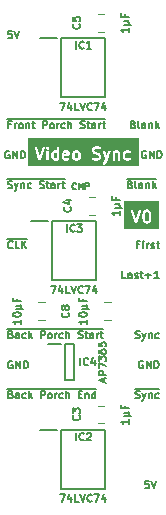
<source format=gbr>
%TF.GenerationSoftware,KiCad,Pcbnew,7.0.5*%
%TF.CreationDate,2024-01-22T11:39:12+02:00*%
%TF.ProjectId,Blank and Sync,426c616e-6b20-4616-9e64-2053796e632e,rev?*%
%TF.SameCoordinates,Original*%
%TF.FileFunction,Legend,Top*%
%TF.FilePolarity,Positive*%
%FSLAX46Y46*%
G04 Gerber Fmt 4.6, Leading zero omitted, Abs format (unit mm)*
G04 Created by KiCad (PCBNEW 7.0.5) date 2024-01-22 11:39:12*
%MOMM*%
%LPD*%
G01*
G04 APERTURE LIST*
%ADD10C,0.150000*%
%ADD11C,0.200000*%
%ADD12C,0.120000*%
G04 APERTURE END LIST*
D10*
X126671506Y-71073344D02*
X126459839Y-71073344D01*
X126459839Y-71405963D02*
X126459839Y-70770963D01*
X126459839Y-70770963D02*
X126762220Y-70770963D01*
X127004125Y-71405963D02*
X127004125Y-70982629D01*
X127004125Y-70770963D02*
X126973887Y-70801201D01*
X126973887Y-70801201D02*
X127004125Y-70831439D01*
X127004125Y-70831439D02*
X127034363Y-70801201D01*
X127034363Y-70801201D02*
X127004125Y-70770963D01*
X127004125Y-70770963D02*
X127004125Y-70831439D01*
X127306506Y-71405963D02*
X127306506Y-70982629D01*
X127306506Y-71103582D02*
X127336744Y-71043105D01*
X127336744Y-71043105D02*
X127366982Y-71012867D01*
X127366982Y-71012867D02*
X127427458Y-70982629D01*
X127427458Y-70982629D02*
X127487935Y-70982629D01*
X127669363Y-71375725D02*
X127729839Y-71405963D01*
X127729839Y-71405963D02*
X127850791Y-71405963D01*
X127850791Y-71405963D02*
X127911268Y-71375725D01*
X127911268Y-71375725D02*
X127941506Y-71315248D01*
X127941506Y-71315248D02*
X127941506Y-71285010D01*
X127941506Y-71285010D02*
X127911268Y-71224534D01*
X127911268Y-71224534D02*
X127850791Y-71194296D01*
X127850791Y-71194296D02*
X127760077Y-71194296D01*
X127760077Y-71194296D02*
X127699601Y-71164058D01*
X127699601Y-71164058D02*
X127669363Y-71103582D01*
X127669363Y-71103582D02*
X127669363Y-71073344D01*
X127669363Y-71073344D02*
X127699601Y-71012867D01*
X127699601Y-71012867D02*
X127760077Y-70982629D01*
X127760077Y-70982629D02*
X127850791Y-70982629D01*
X127850791Y-70982629D02*
X127911268Y-71012867D01*
X128122935Y-70982629D02*
X128364839Y-70982629D01*
X128213649Y-70770963D02*
X128213649Y-71315248D01*
X128213649Y-71315248D02*
X128243887Y-71375725D01*
X128243887Y-71375725D02*
X128304363Y-71405963D01*
X128304363Y-71405963D02*
X128364839Y-71405963D01*
X115644493Y-63181201D02*
X115584017Y-63150963D01*
X115584017Y-63150963D02*
X115493303Y-63150963D01*
X115493303Y-63150963D02*
X115402588Y-63181201D01*
X115402588Y-63181201D02*
X115342112Y-63241677D01*
X115342112Y-63241677D02*
X115311874Y-63302153D01*
X115311874Y-63302153D02*
X115281636Y-63423105D01*
X115281636Y-63423105D02*
X115281636Y-63513820D01*
X115281636Y-63513820D02*
X115311874Y-63634772D01*
X115311874Y-63634772D02*
X115342112Y-63695248D01*
X115342112Y-63695248D02*
X115402588Y-63755725D01*
X115402588Y-63755725D02*
X115493303Y-63785963D01*
X115493303Y-63785963D02*
X115553779Y-63785963D01*
X115553779Y-63785963D02*
X115644493Y-63755725D01*
X115644493Y-63755725D02*
X115674731Y-63725486D01*
X115674731Y-63725486D02*
X115674731Y-63513820D01*
X115674731Y-63513820D02*
X115553779Y-63513820D01*
X115946874Y-63785963D02*
X115946874Y-63150963D01*
X115946874Y-63150963D02*
X116309731Y-63785963D01*
X116309731Y-63785963D02*
X116309731Y-63150963D01*
X116612112Y-63785963D02*
X116612112Y-63150963D01*
X116612112Y-63150963D02*
X116763302Y-63150963D01*
X116763302Y-63150963D02*
X116854017Y-63181201D01*
X116854017Y-63181201D02*
X116914493Y-63241677D01*
X116914493Y-63241677D02*
X116944731Y-63302153D01*
X116944731Y-63302153D02*
X116974969Y-63423105D01*
X116974969Y-63423105D02*
X116974969Y-63513820D01*
X116974969Y-63513820D02*
X116944731Y-63634772D01*
X116944731Y-63634772D02*
X116914493Y-63695248D01*
X116914493Y-63695248D02*
X116854017Y-63755725D01*
X116854017Y-63755725D02*
X116763302Y-63785963D01*
X116763302Y-63785963D02*
X116612112Y-63785963D01*
X115535636Y-66295725D02*
X115626350Y-66325963D01*
X115626350Y-66325963D02*
X115777541Y-66325963D01*
X115777541Y-66325963D02*
X115838017Y-66295725D01*
X115838017Y-66295725D02*
X115868255Y-66265486D01*
X115868255Y-66265486D02*
X115898493Y-66205010D01*
X115898493Y-66205010D02*
X115898493Y-66144534D01*
X115898493Y-66144534D02*
X115868255Y-66084058D01*
X115868255Y-66084058D02*
X115838017Y-66053820D01*
X115838017Y-66053820D02*
X115777541Y-66023582D01*
X115777541Y-66023582D02*
X115656588Y-65993344D01*
X115656588Y-65993344D02*
X115596112Y-65963105D01*
X115596112Y-65963105D02*
X115565874Y-65932867D01*
X115565874Y-65932867D02*
X115535636Y-65872391D01*
X115535636Y-65872391D02*
X115535636Y-65811915D01*
X115535636Y-65811915D02*
X115565874Y-65751439D01*
X115565874Y-65751439D02*
X115596112Y-65721201D01*
X115596112Y-65721201D02*
X115656588Y-65690963D01*
X115656588Y-65690963D02*
X115807779Y-65690963D01*
X115807779Y-65690963D02*
X115898493Y-65721201D01*
X116110160Y-65902629D02*
X116261350Y-66325963D01*
X116412541Y-65902629D02*
X116261350Y-66325963D01*
X116261350Y-66325963D02*
X116200874Y-66477153D01*
X116200874Y-66477153D02*
X116170636Y-66507391D01*
X116170636Y-66507391D02*
X116110160Y-66537629D01*
X116654446Y-65902629D02*
X116654446Y-66325963D01*
X116654446Y-65963105D02*
X116684684Y-65932867D01*
X116684684Y-65932867D02*
X116745160Y-65902629D01*
X116745160Y-65902629D02*
X116835875Y-65902629D01*
X116835875Y-65902629D02*
X116896351Y-65932867D01*
X116896351Y-65932867D02*
X116926589Y-65993344D01*
X116926589Y-65993344D02*
X116926589Y-66325963D01*
X117501113Y-66295725D02*
X117440637Y-66325963D01*
X117440637Y-66325963D02*
X117319684Y-66325963D01*
X117319684Y-66325963D02*
X117259208Y-66295725D01*
X117259208Y-66295725D02*
X117228970Y-66265486D01*
X117228970Y-66265486D02*
X117198732Y-66205010D01*
X117198732Y-66205010D02*
X117198732Y-66023582D01*
X117198732Y-66023582D02*
X117228970Y-65963105D01*
X117228970Y-65963105D02*
X117259208Y-65932867D01*
X117259208Y-65932867D02*
X117319684Y-65902629D01*
X117319684Y-65902629D02*
X117440637Y-65902629D01*
X117440637Y-65902629D02*
X117501113Y-65932867D01*
X118226828Y-66295725D02*
X118317542Y-66325963D01*
X118317542Y-66325963D02*
X118468733Y-66325963D01*
X118468733Y-66325963D02*
X118529209Y-66295725D01*
X118529209Y-66295725D02*
X118559447Y-66265486D01*
X118559447Y-66265486D02*
X118589685Y-66205010D01*
X118589685Y-66205010D02*
X118589685Y-66144534D01*
X118589685Y-66144534D02*
X118559447Y-66084058D01*
X118559447Y-66084058D02*
X118529209Y-66053820D01*
X118529209Y-66053820D02*
X118468733Y-66023582D01*
X118468733Y-66023582D02*
X118347780Y-65993344D01*
X118347780Y-65993344D02*
X118287304Y-65963105D01*
X118287304Y-65963105D02*
X118257066Y-65932867D01*
X118257066Y-65932867D02*
X118226828Y-65872391D01*
X118226828Y-65872391D02*
X118226828Y-65811915D01*
X118226828Y-65811915D02*
X118257066Y-65751439D01*
X118257066Y-65751439D02*
X118287304Y-65721201D01*
X118287304Y-65721201D02*
X118347780Y-65690963D01*
X118347780Y-65690963D02*
X118498971Y-65690963D01*
X118498971Y-65690963D02*
X118589685Y-65721201D01*
X118771114Y-65902629D02*
X119013018Y-65902629D01*
X118861828Y-65690963D02*
X118861828Y-66235248D01*
X118861828Y-66235248D02*
X118892066Y-66295725D01*
X118892066Y-66295725D02*
X118952542Y-66325963D01*
X118952542Y-66325963D02*
X119013018Y-66325963D01*
X119496828Y-66325963D02*
X119496828Y-65993344D01*
X119496828Y-65993344D02*
X119466590Y-65932867D01*
X119466590Y-65932867D02*
X119406114Y-65902629D01*
X119406114Y-65902629D02*
X119285161Y-65902629D01*
X119285161Y-65902629D02*
X119224685Y-65932867D01*
X119496828Y-66295725D02*
X119436352Y-66325963D01*
X119436352Y-66325963D02*
X119285161Y-66325963D01*
X119285161Y-66325963D02*
X119224685Y-66295725D01*
X119224685Y-66295725D02*
X119194447Y-66235248D01*
X119194447Y-66235248D02*
X119194447Y-66174772D01*
X119194447Y-66174772D02*
X119224685Y-66114296D01*
X119224685Y-66114296D02*
X119285161Y-66084058D01*
X119285161Y-66084058D02*
X119436352Y-66084058D01*
X119436352Y-66084058D02*
X119496828Y-66053820D01*
X119799209Y-66325963D02*
X119799209Y-65902629D01*
X119799209Y-66023582D02*
X119829447Y-65963105D01*
X119829447Y-65963105D02*
X119859685Y-65932867D01*
X119859685Y-65932867D02*
X119920161Y-65902629D01*
X119920161Y-65902629D02*
X119980638Y-65902629D01*
X120101590Y-65902629D02*
X120343494Y-65902629D01*
X120192304Y-65690963D02*
X120192304Y-66235248D01*
X120192304Y-66235248D02*
X120222542Y-66295725D01*
X120222542Y-66295725D02*
X120283018Y-66325963D01*
X120283018Y-66325963D02*
X120343494Y-66325963D01*
X115478184Y-65514675D02*
X120340471Y-65514675D01*
X121299019Y-66347734D02*
X121274828Y-66371925D01*
X121274828Y-66371925D02*
X121202257Y-66396115D01*
X121202257Y-66396115D02*
X121153876Y-66396115D01*
X121153876Y-66396115D02*
X121081304Y-66371925D01*
X121081304Y-66371925D02*
X121032923Y-66323544D01*
X121032923Y-66323544D02*
X121008733Y-66275163D01*
X121008733Y-66275163D02*
X120984542Y-66178401D01*
X120984542Y-66178401D02*
X120984542Y-66105829D01*
X120984542Y-66105829D02*
X121008733Y-66009067D01*
X121008733Y-66009067D02*
X121032923Y-65960686D01*
X121032923Y-65960686D02*
X121081304Y-65912305D01*
X121081304Y-65912305D02*
X121153876Y-65888115D01*
X121153876Y-65888115D02*
X121202257Y-65888115D01*
X121202257Y-65888115D02*
X121274828Y-65912305D01*
X121274828Y-65912305D02*
X121299019Y-65936496D01*
X121516733Y-66396115D02*
X121516733Y-65888115D01*
X121516733Y-65888115D02*
X121686066Y-66250972D01*
X121686066Y-66250972D02*
X121855400Y-65888115D01*
X121855400Y-65888115D02*
X121855400Y-66396115D01*
X122097304Y-66396115D02*
X122097304Y-65888115D01*
X122097304Y-65888115D02*
X122290828Y-65888115D01*
X122290828Y-65888115D02*
X122339209Y-65912305D01*
X122339209Y-65912305D02*
X122363399Y-65936496D01*
X122363399Y-65936496D02*
X122387590Y-65984877D01*
X122387590Y-65984877D02*
X122387590Y-66057448D01*
X122387590Y-66057448D02*
X122363399Y-66105829D01*
X122363399Y-66105829D02*
X122339209Y-66130020D01*
X122339209Y-66130020D02*
X122290828Y-66154210D01*
X122290828Y-66154210D02*
X122097304Y-66154210D01*
X115928731Y-71345486D02*
X115898493Y-71375725D01*
X115898493Y-71375725D02*
X115807779Y-71405963D01*
X115807779Y-71405963D02*
X115747303Y-71405963D01*
X115747303Y-71405963D02*
X115656588Y-71375725D01*
X115656588Y-71375725D02*
X115596112Y-71315248D01*
X115596112Y-71315248D02*
X115565874Y-71254772D01*
X115565874Y-71254772D02*
X115535636Y-71133820D01*
X115535636Y-71133820D02*
X115535636Y-71043105D01*
X115535636Y-71043105D02*
X115565874Y-70922153D01*
X115565874Y-70922153D02*
X115596112Y-70861677D01*
X115596112Y-70861677D02*
X115656588Y-70801201D01*
X115656588Y-70801201D02*
X115747303Y-70770963D01*
X115747303Y-70770963D02*
X115807779Y-70770963D01*
X115807779Y-70770963D02*
X115898493Y-70801201D01*
X115898493Y-70801201D02*
X115928731Y-70831439D01*
X116503255Y-71405963D02*
X116200874Y-71405963D01*
X116200874Y-71405963D02*
X116200874Y-70770963D01*
X116714922Y-71405963D02*
X116714922Y-70770963D01*
X117077779Y-71405963D02*
X116805636Y-71043105D01*
X117077779Y-70770963D02*
X116714922Y-71133820D01*
X115478184Y-70594675D02*
X117135232Y-70594675D01*
X115777541Y-78693344D02*
X115868255Y-78723582D01*
X115868255Y-78723582D02*
X115898493Y-78753820D01*
X115898493Y-78753820D02*
X115928731Y-78814296D01*
X115928731Y-78814296D02*
X115928731Y-78905010D01*
X115928731Y-78905010D02*
X115898493Y-78965486D01*
X115898493Y-78965486D02*
X115868255Y-78995725D01*
X115868255Y-78995725D02*
X115807779Y-79025963D01*
X115807779Y-79025963D02*
X115565874Y-79025963D01*
X115565874Y-79025963D02*
X115565874Y-78390963D01*
X115565874Y-78390963D02*
X115777541Y-78390963D01*
X115777541Y-78390963D02*
X115838017Y-78421201D01*
X115838017Y-78421201D02*
X115868255Y-78451439D01*
X115868255Y-78451439D02*
X115898493Y-78511915D01*
X115898493Y-78511915D02*
X115898493Y-78572391D01*
X115898493Y-78572391D02*
X115868255Y-78632867D01*
X115868255Y-78632867D02*
X115838017Y-78663105D01*
X115838017Y-78663105D02*
X115777541Y-78693344D01*
X115777541Y-78693344D02*
X115565874Y-78693344D01*
X116473017Y-79025963D02*
X116473017Y-78693344D01*
X116473017Y-78693344D02*
X116442779Y-78632867D01*
X116442779Y-78632867D02*
X116382303Y-78602629D01*
X116382303Y-78602629D02*
X116261350Y-78602629D01*
X116261350Y-78602629D02*
X116200874Y-78632867D01*
X116473017Y-78995725D02*
X116412541Y-79025963D01*
X116412541Y-79025963D02*
X116261350Y-79025963D01*
X116261350Y-79025963D02*
X116200874Y-78995725D01*
X116200874Y-78995725D02*
X116170636Y-78935248D01*
X116170636Y-78935248D02*
X116170636Y-78874772D01*
X116170636Y-78874772D02*
X116200874Y-78814296D01*
X116200874Y-78814296D02*
X116261350Y-78784058D01*
X116261350Y-78784058D02*
X116412541Y-78784058D01*
X116412541Y-78784058D02*
X116473017Y-78753820D01*
X117047541Y-78995725D02*
X116987065Y-79025963D01*
X116987065Y-79025963D02*
X116866112Y-79025963D01*
X116866112Y-79025963D02*
X116805636Y-78995725D01*
X116805636Y-78995725D02*
X116775398Y-78965486D01*
X116775398Y-78965486D02*
X116745160Y-78905010D01*
X116745160Y-78905010D02*
X116745160Y-78723582D01*
X116745160Y-78723582D02*
X116775398Y-78663105D01*
X116775398Y-78663105D02*
X116805636Y-78632867D01*
X116805636Y-78632867D02*
X116866112Y-78602629D01*
X116866112Y-78602629D02*
X116987065Y-78602629D01*
X116987065Y-78602629D02*
X117047541Y-78632867D01*
X117319684Y-79025963D02*
X117319684Y-78390963D01*
X117380160Y-78784058D02*
X117561589Y-79025963D01*
X117561589Y-78602629D02*
X117319684Y-78844534D01*
X118317542Y-79025963D02*
X118317542Y-78390963D01*
X118317542Y-78390963D02*
X118559447Y-78390963D01*
X118559447Y-78390963D02*
X118619923Y-78421201D01*
X118619923Y-78421201D02*
X118650161Y-78451439D01*
X118650161Y-78451439D02*
X118680399Y-78511915D01*
X118680399Y-78511915D02*
X118680399Y-78602629D01*
X118680399Y-78602629D02*
X118650161Y-78663105D01*
X118650161Y-78663105D02*
X118619923Y-78693344D01*
X118619923Y-78693344D02*
X118559447Y-78723582D01*
X118559447Y-78723582D02*
X118317542Y-78723582D01*
X119043256Y-79025963D02*
X118982780Y-78995725D01*
X118982780Y-78995725D02*
X118952542Y-78965486D01*
X118952542Y-78965486D02*
X118922304Y-78905010D01*
X118922304Y-78905010D02*
X118922304Y-78723582D01*
X118922304Y-78723582D02*
X118952542Y-78663105D01*
X118952542Y-78663105D02*
X118982780Y-78632867D01*
X118982780Y-78632867D02*
X119043256Y-78602629D01*
X119043256Y-78602629D02*
X119133971Y-78602629D01*
X119133971Y-78602629D02*
X119194447Y-78632867D01*
X119194447Y-78632867D02*
X119224685Y-78663105D01*
X119224685Y-78663105D02*
X119254923Y-78723582D01*
X119254923Y-78723582D02*
X119254923Y-78905010D01*
X119254923Y-78905010D02*
X119224685Y-78965486D01*
X119224685Y-78965486D02*
X119194447Y-78995725D01*
X119194447Y-78995725D02*
X119133971Y-79025963D01*
X119133971Y-79025963D02*
X119043256Y-79025963D01*
X119527066Y-79025963D02*
X119527066Y-78602629D01*
X119527066Y-78723582D02*
X119557304Y-78663105D01*
X119557304Y-78663105D02*
X119587542Y-78632867D01*
X119587542Y-78632867D02*
X119648018Y-78602629D01*
X119648018Y-78602629D02*
X119708495Y-78602629D01*
X120192304Y-78995725D02*
X120131828Y-79025963D01*
X120131828Y-79025963D02*
X120010875Y-79025963D01*
X120010875Y-79025963D02*
X119950399Y-78995725D01*
X119950399Y-78995725D02*
X119920161Y-78965486D01*
X119920161Y-78965486D02*
X119889923Y-78905010D01*
X119889923Y-78905010D02*
X119889923Y-78723582D01*
X119889923Y-78723582D02*
X119920161Y-78663105D01*
X119920161Y-78663105D02*
X119950399Y-78632867D01*
X119950399Y-78632867D02*
X120010875Y-78602629D01*
X120010875Y-78602629D02*
X120131828Y-78602629D01*
X120131828Y-78602629D02*
X120192304Y-78632867D01*
X120464447Y-79025963D02*
X120464447Y-78390963D01*
X120736590Y-79025963D02*
X120736590Y-78693344D01*
X120736590Y-78693344D02*
X120706352Y-78632867D01*
X120706352Y-78632867D02*
X120645876Y-78602629D01*
X120645876Y-78602629D02*
X120555161Y-78602629D01*
X120555161Y-78602629D02*
X120494685Y-78632867D01*
X120494685Y-78632867D02*
X120464447Y-78663105D01*
X121492543Y-78995725D02*
X121583257Y-79025963D01*
X121583257Y-79025963D02*
X121734448Y-79025963D01*
X121734448Y-79025963D02*
X121794924Y-78995725D01*
X121794924Y-78995725D02*
X121825162Y-78965486D01*
X121825162Y-78965486D02*
X121855400Y-78905010D01*
X121855400Y-78905010D02*
X121855400Y-78844534D01*
X121855400Y-78844534D02*
X121825162Y-78784058D01*
X121825162Y-78784058D02*
X121794924Y-78753820D01*
X121794924Y-78753820D02*
X121734448Y-78723582D01*
X121734448Y-78723582D02*
X121613495Y-78693344D01*
X121613495Y-78693344D02*
X121553019Y-78663105D01*
X121553019Y-78663105D02*
X121522781Y-78632867D01*
X121522781Y-78632867D02*
X121492543Y-78572391D01*
X121492543Y-78572391D02*
X121492543Y-78511915D01*
X121492543Y-78511915D02*
X121522781Y-78451439D01*
X121522781Y-78451439D02*
X121553019Y-78421201D01*
X121553019Y-78421201D02*
X121613495Y-78390963D01*
X121613495Y-78390963D02*
X121764686Y-78390963D01*
X121764686Y-78390963D02*
X121855400Y-78421201D01*
X122036829Y-78602629D02*
X122278733Y-78602629D01*
X122127543Y-78390963D02*
X122127543Y-78935248D01*
X122127543Y-78935248D02*
X122157781Y-78995725D01*
X122157781Y-78995725D02*
X122218257Y-79025963D01*
X122218257Y-79025963D02*
X122278733Y-79025963D01*
X122762543Y-79025963D02*
X122762543Y-78693344D01*
X122762543Y-78693344D02*
X122732305Y-78632867D01*
X122732305Y-78632867D02*
X122671829Y-78602629D01*
X122671829Y-78602629D02*
X122550876Y-78602629D01*
X122550876Y-78602629D02*
X122490400Y-78632867D01*
X122762543Y-78995725D02*
X122702067Y-79025963D01*
X122702067Y-79025963D02*
X122550876Y-79025963D01*
X122550876Y-79025963D02*
X122490400Y-78995725D01*
X122490400Y-78995725D02*
X122460162Y-78935248D01*
X122460162Y-78935248D02*
X122460162Y-78874772D01*
X122460162Y-78874772D02*
X122490400Y-78814296D01*
X122490400Y-78814296D02*
X122550876Y-78784058D01*
X122550876Y-78784058D02*
X122702067Y-78784058D01*
X122702067Y-78784058D02*
X122762543Y-78753820D01*
X123064924Y-79025963D02*
X123064924Y-78602629D01*
X123064924Y-78723582D02*
X123095162Y-78663105D01*
X123095162Y-78663105D02*
X123125400Y-78632867D01*
X123125400Y-78632867D02*
X123185876Y-78602629D01*
X123185876Y-78602629D02*
X123246353Y-78602629D01*
X123367305Y-78602629D02*
X123609209Y-78602629D01*
X123458019Y-78390963D02*
X123458019Y-78935248D01*
X123458019Y-78935248D02*
X123488257Y-78995725D01*
X123488257Y-78995725D02*
X123548733Y-79025963D01*
X123548733Y-79025963D02*
X123609209Y-79025963D01*
X115478184Y-78214675D02*
X123606186Y-78214675D01*
X126338886Y-78995725D02*
X126429600Y-79025963D01*
X126429600Y-79025963D02*
X126580791Y-79025963D01*
X126580791Y-79025963D02*
X126641267Y-78995725D01*
X126641267Y-78995725D02*
X126671505Y-78965486D01*
X126671505Y-78965486D02*
X126701743Y-78905010D01*
X126701743Y-78905010D02*
X126701743Y-78844534D01*
X126701743Y-78844534D02*
X126671505Y-78784058D01*
X126671505Y-78784058D02*
X126641267Y-78753820D01*
X126641267Y-78753820D02*
X126580791Y-78723582D01*
X126580791Y-78723582D02*
X126459838Y-78693344D01*
X126459838Y-78693344D02*
X126399362Y-78663105D01*
X126399362Y-78663105D02*
X126369124Y-78632867D01*
X126369124Y-78632867D02*
X126338886Y-78572391D01*
X126338886Y-78572391D02*
X126338886Y-78511915D01*
X126338886Y-78511915D02*
X126369124Y-78451439D01*
X126369124Y-78451439D02*
X126399362Y-78421201D01*
X126399362Y-78421201D02*
X126459838Y-78390963D01*
X126459838Y-78390963D02*
X126611029Y-78390963D01*
X126611029Y-78390963D02*
X126701743Y-78421201D01*
X126913410Y-78602629D02*
X127064600Y-79025963D01*
X127215791Y-78602629D02*
X127064600Y-79025963D01*
X127064600Y-79025963D02*
X127004124Y-79177153D01*
X127004124Y-79177153D02*
X126973886Y-79207391D01*
X126973886Y-79207391D02*
X126913410Y-79237629D01*
X127457696Y-78602629D02*
X127457696Y-79025963D01*
X127457696Y-78663105D02*
X127487934Y-78632867D01*
X127487934Y-78632867D02*
X127548410Y-78602629D01*
X127548410Y-78602629D02*
X127639125Y-78602629D01*
X127639125Y-78602629D02*
X127699601Y-78632867D01*
X127699601Y-78632867D02*
X127729839Y-78693344D01*
X127729839Y-78693344D02*
X127729839Y-79025963D01*
X128304363Y-78995725D02*
X128243887Y-79025963D01*
X128243887Y-79025963D02*
X128122934Y-79025963D01*
X128122934Y-79025963D02*
X128062458Y-78995725D01*
X128062458Y-78995725D02*
X128032220Y-78965486D01*
X128032220Y-78965486D02*
X128001982Y-78905010D01*
X128001982Y-78905010D02*
X128001982Y-78723582D01*
X128001982Y-78723582D02*
X128032220Y-78663105D01*
X128032220Y-78663105D02*
X128062458Y-78632867D01*
X128062458Y-78632867D02*
X128122934Y-78602629D01*
X128122934Y-78602629D02*
X128243887Y-78602629D01*
X128243887Y-78602629D02*
X128304363Y-78632867D01*
D11*
G36*
X119700951Y-63317974D02*
G01*
X119700951Y-63765796D01*
X119682107Y-63775219D01*
X119538843Y-63775219D01*
X119479236Y-63745415D01*
X119454565Y-63720743D01*
X119424760Y-63661135D01*
X119424760Y-63422634D01*
X119454565Y-63363025D01*
X119479235Y-63338355D01*
X119538843Y-63308552D01*
X119682107Y-63308552D01*
X119700951Y-63317974D01*
G37*
G36*
X120583558Y-63330706D02*
G01*
X120601009Y-63365607D01*
X120329523Y-63419904D01*
X120329523Y-63375015D01*
X120351677Y-63330706D01*
X120395986Y-63308552D01*
X120539250Y-63308552D01*
X120583558Y-63330706D01*
G37*
G36*
X121456001Y-63338356D02*
G01*
X121480670Y-63363025D01*
X121510475Y-63422634D01*
X121510475Y-63661136D01*
X121480671Y-63720743D01*
X121456000Y-63745414D01*
X121396393Y-63775219D01*
X121300748Y-63775219D01*
X121241141Y-63745415D01*
X121216470Y-63720743D01*
X121186666Y-63661135D01*
X121186666Y-63422634D01*
X121216470Y-63363025D01*
X121241140Y-63338355D01*
X121300748Y-63308552D01*
X121396393Y-63308552D01*
X121456001Y-63338356D01*
G37*
G36*
X126631905Y-64450857D02*
G01*
X117208095Y-64450857D01*
X117208095Y-64212225D01*
X123553938Y-64212225D01*
X123572458Y-64267953D01*
X123618167Y-64304823D01*
X123676553Y-64311126D01*
X123786838Y-64255983D01*
X123803281Y-64252406D01*
X123822760Y-64232926D01*
X123842941Y-64214155D01*
X123843425Y-64212261D01*
X123865765Y-64189921D01*
X123882895Y-64177716D01*
X123891583Y-64155995D01*
X123902792Y-64135468D01*
X123902337Y-64129110D01*
X123978885Y-63937740D01*
X123980488Y-63936505D01*
X123982552Y-63930723D01*
X123986957Y-63926441D01*
X123991872Y-63905270D01*
X123994378Y-63899008D01*
X123994559Y-63897106D01*
X124214370Y-63281636D01*
X124413398Y-63281636D01*
X124415237Y-63307365D01*
X124415238Y-63889598D01*
X124427561Y-63931566D01*
X124471943Y-63970023D01*
X124530070Y-63978380D01*
X124583489Y-63953985D01*
X124615238Y-63904582D01*
X124615238Y-63345211D01*
X124622093Y-63338355D01*
X124681701Y-63308552D01*
X124777346Y-63308552D01*
X124821654Y-63330706D01*
X124843809Y-63375014D01*
X124843809Y-63889598D01*
X124856132Y-63931566D01*
X124900514Y-63970023D01*
X124958641Y-63978380D01*
X125012060Y-63953985D01*
X125043809Y-63904582D01*
X125043809Y-63410216D01*
X125268761Y-63410216D01*
X125272381Y-63418944D01*
X125272380Y-63679356D01*
X125269807Y-63703200D01*
X125278945Y-63721476D01*
X125284704Y-63741089D01*
X125291845Y-63747277D01*
X125324949Y-63813484D01*
X125328526Y-63829927D01*
X125348009Y-63849410D01*
X125366778Y-63869588D01*
X125368670Y-63870071D01*
X125388042Y-63889444D01*
X125396635Y-63903911D01*
X125421273Y-63916230D01*
X125445464Y-63929440D01*
X125447413Y-63929300D01*
X125513318Y-63962253D01*
X125533494Y-63975219D01*
X125553929Y-63975219D01*
X125574045Y-63978839D01*
X125582773Y-63975219D01*
X125747948Y-63975219D01*
X125771791Y-63977793D01*
X125790067Y-63968654D01*
X125809680Y-63962896D01*
X125815868Y-63955754D01*
X125906153Y-63910612D01*
X125938179Y-63880822D01*
X125952728Y-63823927D01*
X125934208Y-63768199D01*
X125888498Y-63731329D01*
X125830112Y-63725026D01*
X125729727Y-63775219D01*
X125586463Y-63775219D01*
X125526856Y-63745415D01*
X125502185Y-63720743D01*
X125472381Y-63661135D01*
X125472381Y-63422634D01*
X125502185Y-63363025D01*
X125526855Y-63338355D01*
X125586463Y-63308552D01*
X125729727Y-63308552D01*
X125816710Y-63352044D01*
X125859759Y-63359791D01*
X125914004Y-63337293D01*
X125947474Y-63289040D01*
X125949544Y-63230351D01*
X125919555Y-63179860D01*
X125802874Y-63121519D01*
X125782696Y-63108552D01*
X125762260Y-63108552D01*
X125742145Y-63104932D01*
X125733417Y-63108552D01*
X125568241Y-63108552D01*
X125544398Y-63105978D01*
X125526120Y-63115116D01*
X125506510Y-63120875D01*
X125500322Y-63128016D01*
X125434111Y-63161121D01*
X125417671Y-63164698D01*
X125398196Y-63184172D01*
X125378010Y-63202949D01*
X125377525Y-63204843D01*
X125358155Y-63224213D01*
X125343689Y-63232806D01*
X125331371Y-63257440D01*
X125318160Y-63281636D01*
X125318299Y-63283585D01*
X125285348Y-63349486D01*
X125272381Y-63369665D01*
X125272381Y-63390100D01*
X125268761Y-63410216D01*
X125043809Y-63410216D01*
X125043809Y-63356793D01*
X125046383Y-63332950D01*
X125037244Y-63314672D01*
X125031486Y-63295062D01*
X125024344Y-63288874D01*
X124997025Y-63234236D01*
X124997163Y-63230351D01*
X124984013Y-63208211D01*
X124979202Y-63198589D01*
X124976701Y-63195900D01*
X124967174Y-63179860D01*
X124957092Y-63174819D01*
X124949412Y-63166562D01*
X124931331Y-63161938D01*
X124850493Y-63121519D01*
X124830315Y-63108552D01*
X124809879Y-63108552D01*
X124789764Y-63104932D01*
X124781036Y-63108552D01*
X124663479Y-63108552D01*
X124639636Y-63105978D01*
X124621358Y-63115116D01*
X124601748Y-63120875D01*
X124595560Y-63128016D01*
X124582522Y-63134534D01*
X124558533Y-63113748D01*
X124500406Y-63105391D01*
X124446987Y-63129786D01*
X124415238Y-63179189D01*
X124415238Y-63278266D01*
X124413398Y-63281636D01*
X124214370Y-63281636D01*
X124233295Y-63228645D01*
X124235806Y-63184977D01*
X124206944Y-63133833D01*
X124155014Y-63106413D01*
X124096502Y-63111420D01*
X124049987Y-63147266D01*
X123896190Y-63577897D01*
X123747433Y-63161377D01*
X123721713Y-63125999D01*
X123666982Y-63104709D01*
X123609430Y-63116389D01*
X123567328Y-63157330D01*
X123554045Y-63214533D01*
X123789287Y-63873214D01*
X123715726Y-64057118D01*
X123694097Y-64078747D01*
X123600513Y-64125540D01*
X123568486Y-64155330D01*
X123553938Y-64212225D01*
X117208095Y-64212225D01*
X117208095Y-62878986D01*
X117792036Y-62878986D01*
X118128934Y-63889679D01*
X118128527Y-63900949D01*
X118138042Y-63917002D01*
X118139202Y-63920482D01*
X118145336Y-63929309D01*
X118158470Y-63951467D01*
X118161946Y-63953209D01*
X118164164Y-63956400D01*
X118187955Y-63966242D01*
X118210972Y-63977776D01*
X118214835Y-63977362D01*
X118218429Y-63978849D01*
X118243759Y-63974266D01*
X118269364Y-63971526D01*
X118272394Y-63969086D01*
X118276216Y-63968395D01*
X118295042Y-63950851D01*
X118315106Y-63934698D01*
X118316335Y-63931009D01*
X118319179Y-63928360D01*
X118325535Y-63903409D01*
X118330139Y-63889598D01*
X118796190Y-63889598D01*
X118808513Y-63931566D01*
X118852895Y-63970023D01*
X118911022Y-63978380D01*
X118964441Y-63953985D01*
X118996190Y-63904582D01*
X118996190Y-63410216D01*
X119221141Y-63410216D01*
X119224761Y-63418944D01*
X119224760Y-63679356D01*
X119222187Y-63703200D01*
X119231325Y-63721476D01*
X119237084Y-63741089D01*
X119244225Y-63747277D01*
X119277329Y-63813484D01*
X119280906Y-63829927D01*
X119300389Y-63849410D01*
X119319158Y-63869588D01*
X119321050Y-63870071D01*
X119340422Y-63889444D01*
X119349015Y-63903911D01*
X119373653Y-63916230D01*
X119397844Y-63929440D01*
X119399793Y-63929300D01*
X119465698Y-63962253D01*
X119485874Y-63975219D01*
X119506309Y-63975219D01*
X119526425Y-63978839D01*
X119535153Y-63975219D01*
X119700328Y-63975219D01*
X119724171Y-63977793D01*
X119742447Y-63968654D01*
X119752627Y-63965665D01*
X119757656Y-63970023D01*
X119815783Y-63978380D01*
X119869202Y-63953985D01*
X119900951Y-63904582D01*
X119900951Y-63840183D01*
X119905108Y-63823927D01*
X119900951Y-63811418D01*
X119900951Y-63362597D01*
X120125903Y-63362597D01*
X120129523Y-63371325D01*
X120129523Y-63515463D01*
X120128069Y-63518023D01*
X120129523Y-63544625D01*
X120129523Y-63726975D01*
X120126949Y-63750819D01*
X120136087Y-63769096D01*
X120141846Y-63788708D01*
X120148986Y-63794895D01*
X120176306Y-63849535D01*
X120176169Y-63853420D01*
X120189313Y-63875550D01*
X120194129Y-63885182D01*
X120196632Y-63887873D01*
X120206158Y-63903911D01*
X120216240Y-63908952D01*
X120223920Y-63917208D01*
X120241996Y-63921830D01*
X120322841Y-63962253D01*
X120343017Y-63975219D01*
X120363452Y-63975219D01*
X120383568Y-63978839D01*
X120392296Y-63975219D01*
X120557471Y-63975219D01*
X120581314Y-63977793D01*
X120599590Y-63968654D01*
X120619203Y-63962896D01*
X120625391Y-63955754D01*
X120715676Y-63910612D01*
X120747702Y-63880822D01*
X120762251Y-63823927D01*
X120743731Y-63768199D01*
X120698021Y-63731329D01*
X120639635Y-63725026D01*
X120539250Y-63775219D01*
X120395986Y-63775219D01*
X120351677Y-63753064D01*
X120329523Y-63708755D01*
X120329523Y-63623865D01*
X120708481Y-63548073D01*
X120720545Y-63549808D01*
X120736702Y-63542429D01*
X120739424Y-63541885D01*
X120749734Y-63536477D01*
X120773964Y-63525413D01*
X120775555Y-63522937D01*
X120778160Y-63521571D01*
X120791310Y-63498421D01*
X120805713Y-63476010D01*
X120805713Y-63473066D01*
X120807166Y-63470509D01*
X120805712Y-63443925D01*
X120805712Y-63410216D01*
X120983046Y-63410216D01*
X120986666Y-63418944D01*
X120986666Y-63679356D01*
X120984092Y-63703200D01*
X120993230Y-63721476D01*
X120998989Y-63741089D01*
X121006130Y-63747277D01*
X121039234Y-63813484D01*
X121042811Y-63829927D01*
X121062294Y-63849410D01*
X121081063Y-63869588D01*
X121082955Y-63870071D01*
X121102327Y-63889444D01*
X121110920Y-63903911D01*
X121135558Y-63916230D01*
X121159749Y-63929440D01*
X121161698Y-63929300D01*
X121227603Y-63962253D01*
X121247779Y-63975219D01*
X121268214Y-63975219D01*
X121288330Y-63978839D01*
X121297058Y-63975219D01*
X121414614Y-63975219D01*
X121438457Y-63977793D01*
X121456733Y-63968654D01*
X121476346Y-63962896D01*
X121482534Y-63955754D01*
X121548742Y-63922650D01*
X121565186Y-63919073D01*
X121584671Y-63899587D01*
X121604845Y-63880822D01*
X121605329Y-63878928D01*
X121624702Y-63859555D01*
X121639167Y-63850964D01*
X121651484Y-63826329D01*
X121664696Y-63802133D01*
X121664556Y-63800185D01*
X121697509Y-63734280D01*
X121710475Y-63714105D01*
X121710475Y-63693669D01*
X121714095Y-63673554D01*
X121710475Y-63664825D01*
X121710475Y-63404412D01*
X121713049Y-63380569D01*
X121703910Y-63362291D01*
X121698152Y-63342681D01*
X121691010Y-63336493D01*
X121657905Y-63270282D01*
X121654329Y-63253842D01*
X121634854Y-63234367D01*
X121616078Y-63214181D01*
X121614183Y-63213696D01*
X121594813Y-63194326D01*
X121586221Y-63179860D01*
X121561586Y-63167542D01*
X121537391Y-63154331D01*
X121535441Y-63154470D01*
X121469540Y-63121519D01*
X121449362Y-63108552D01*
X121428926Y-63108552D01*
X121408811Y-63104932D01*
X121400083Y-63108552D01*
X121282526Y-63108552D01*
X121258683Y-63105978D01*
X121240405Y-63115116D01*
X121220795Y-63120875D01*
X121214607Y-63128016D01*
X121148396Y-63161121D01*
X121131956Y-63164698D01*
X121112481Y-63184172D01*
X121092295Y-63202949D01*
X121091810Y-63204843D01*
X121072440Y-63224213D01*
X121057974Y-63232806D01*
X121045656Y-63257440D01*
X121032445Y-63281636D01*
X121032584Y-63283585D01*
X120999633Y-63349486D01*
X120986666Y-63369665D01*
X120986665Y-63390100D01*
X120983046Y-63410216D01*
X120805712Y-63410216D01*
X120805713Y-63356793D01*
X120808287Y-63332950D01*
X120799148Y-63314672D01*
X120793390Y-63295062D01*
X120786248Y-63288874D01*
X120758929Y-63234236D01*
X120759067Y-63230351D01*
X120745917Y-63208211D01*
X120741106Y-63198589D01*
X120738605Y-63195900D01*
X120729078Y-63179860D01*
X120718996Y-63174819D01*
X120711316Y-63166562D01*
X120693235Y-63161938D01*
X120612397Y-63121519D01*
X120592219Y-63108552D01*
X120571783Y-63108552D01*
X120551668Y-63104932D01*
X120542940Y-63108552D01*
X120377764Y-63108552D01*
X120353921Y-63105978D01*
X120335643Y-63115116D01*
X120316033Y-63120875D01*
X120309845Y-63128016D01*
X120255207Y-63155335D01*
X120251322Y-63155198D01*
X120229182Y-63168347D01*
X120219560Y-63173159D01*
X120216871Y-63175659D01*
X120200831Y-63185187D01*
X120195790Y-63195268D01*
X120187533Y-63202949D01*
X120182909Y-63221029D01*
X120142490Y-63301867D01*
X120129523Y-63322046D01*
X120129523Y-63342481D01*
X120125903Y-63362597D01*
X119900951Y-63362597D01*
X119900951Y-63257937D01*
X119901924Y-63230351D01*
X119900951Y-63228712D01*
X119900951Y-63076883D01*
X122649713Y-63076883D01*
X122653333Y-63085611D01*
X122653333Y-63155547D01*
X122650759Y-63179391D01*
X122659897Y-63197667D01*
X122665656Y-63217280D01*
X122672797Y-63223468D01*
X122705901Y-63289676D01*
X122709479Y-63306119D01*
X122728958Y-63325598D01*
X122747730Y-63345779D01*
X122749623Y-63346263D01*
X122768994Y-63365634D01*
X122777587Y-63380101D01*
X122802223Y-63392419D01*
X122826417Y-63405630D01*
X122828365Y-63405490D01*
X122883155Y-63432885D01*
X122891069Y-63441302D01*
X122908907Y-63445761D01*
X122911948Y-63447282D01*
X122922802Y-63449235D01*
X123099384Y-63493380D01*
X123170287Y-63528832D01*
X123194956Y-63553502D01*
X123224761Y-63613109D01*
X123224761Y-63661136D01*
X123194957Y-63720743D01*
X123170286Y-63745414D01*
X123110679Y-63775219D01*
X122912417Y-63775219D01*
X122771315Y-63728185D01*
X122727603Y-63726604D01*
X122677085Y-63756547D01*
X122650776Y-63809048D01*
X122657026Y-63867441D01*
X122693854Y-63913183D01*
X122852671Y-63966121D01*
X122866827Y-63975219D01*
X122894382Y-63975219D01*
X122921919Y-63976215D01*
X122923599Y-63975219D01*
X123128900Y-63975219D01*
X123152743Y-63977793D01*
X123171019Y-63968654D01*
X123190632Y-63962896D01*
X123196820Y-63955754D01*
X123263028Y-63922650D01*
X123279472Y-63919073D01*
X123298957Y-63899587D01*
X123319131Y-63880822D01*
X123319615Y-63878928D01*
X123338988Y-63859555D01*
X123353453Y-63850964D01*
X123365770Y-63826329D01*
X123378982Y-63802133D01*
X123378842Y-63800185D01*
X123411795Y-63734280D01*
X123424761Y-63714105D01*
X123424761Y-63693669D01*
X123428381Y-63673554D01*
X123424761Y-63664825D01*
X123424761Y-63594888D01*
X123427335Y-63571045D01*
X123418196Y-63552767D01*
X123412438Y-63533157D01*
X123405296Y-63526969D01*
X123372191Y-63460758D01*
X123368615Y-63444318D01*
X123349140Y-63424843D01*
X123330364Y-63404657D01*
X123328469Y-63404172D01*
X123309099Y-63384802D01*
X123300507Y-63370336D01*
X123275872Y-63358018D01*
X123251677Y-63344807D01*
X123249727Y-63344946D01*
X123194939Y-63317552D01*
X123187025Y-63309135D01*
X123169184Y-63304675D01*
X123166145Y-63303155D01*
X123155293Y-63301202D01*
X122978709Y-63257056D01*
X122907806Y-63221604D01*
X122883137Y-63196935D01*
X122853333Y-63137326D01*
X122853333Y-63089301D01*
X122883137Y-63029692D01*
X122907807Y-63005022D01*
X122967415Y-62975219D01*
X123165676Y-62975219D01*
X123306779Y-63022253D01*
X123350490Y-63023834D01*
X123401008Y-62993891D01*
X123427318Y-62941389D01*
X123421067Y-62882997D01*
X123384239Y-62837255D01*
X123225422Y-62784316D01*
X123211267Y-62775219D01*
X123183712Y-62775219D01*
X123156174Y-62774223D01*
X123154494Y-62775219D01*
X122949193Y-62775219D01*
X122925350Y-62772645D01*
X122907072Y-62781783D01*
X122887462Y-62787542D01*
X122881274Y-62794683D01*
X122815063Y-62827788D01*
X122798623Y-62831365D01*
X122779148Y-62850839D01*
X122758962Y-62869616D01*
X122758477Y-62871510D01*
X122739107Y-62890880D01*
X122724641Y-62899473D01*
X122712323Y-62924107D01*
X122699112Y-62948303D01*
X122699251Y-62950252D01*
X122666300Y-63016153D01*
X122653333Y-63036332D01*
X122653333Y-63056767D01*
X122649713Y-63076883D01*
X119900951Y-63076883D01*
X119900951Y-62860840D01*
X119888628Y-62818872D01*
X119844246Y-62780415D01*
X119786119Y-62772058D01*
X119732700Y-62796453D01*
X119700951Y-62845856D01*
X119700951Y-63106088D01*
X119694525Y-63104932D01*
X119685797Y-63108552D01*
X119520621Y-63108552D01*
X119496778Y-63105978D01*
X119478500Y-63115116D01*
X119458890Y-63120875D01*
X119452702Y-63128016D01*
X119386491Y-63161121D01*
X119370051Y-63164698D01*
X119350576Y-63184172D01*
X119330390Y-63202949D01*
X119329905Y-63204843D01*
X119310535Y-63224213D01*
X119296069Y-63232806D01*
X119283751Y-63257440D01*
X119270540Y-63281636D01*
X119270679Y-63283585D01*
X119237728Y-63349486D01*
X119224761Y-63369665D01*
X119224761Y-63390100D01*
X119221141Y-63410216D01*
X118996190Y-63410216D01*
X118996190Y-63194173D01*
X118983867Y-63152205D01*
X118939485Y-63113748D01*
X118881358Y-63105391D01*
X118827939Y-63129786D01*
X118796190Y-63179189D01*
X118796190Y-63889598D01*
X118330139Y-63889598D01*
X118654870Y-62915403D01*
X118744614Y-62915403D01*
X118749335Y-62937106D01*
X118750920Y-62959260D01*
X118755480Y-62965352D01*
X118757098Y-62972786D01*
X118772799Y-62988487D01*
X118786113Y-63006272D01*
X118793243Y-63008931D01*
X118807430Y-63023118D01*
X118808513Y-63026804D01*
X118822578Y-63038991D01*
X118833732Y-63053891D01*
X118844339Y-63057847D01*
X118852895Y-63065261D01*
X118864101Y-63066872D01*
X118874036Y-63072297D01*
X118881624Y-63071754D01*
X118888755Y-63074414D01*
X118899817Y-63072007D01*
X118911022Y-63073618D01*
X118921321Y-63068914D01*
X118932612Y-63068107D01*
X118938702Y-63063547D01*
X118946138Y-63061930D01*
X118954141Y-63053926D01*
X118964441Y-63049223D01*
X118970562Y-63039697D01*
X118979623Y-63032915D01*
X118982282Y-63025785D01*
X119009462Y-62998605D01*
X119027242Y-62985296D01*
X119035002Y-62964489D01*
X119045649Y-62944992D01*
X119045106Y-62937401D01*
X119047765Y-62930273D01*
X119043043Y-62908569D01*
X119041459Y-62886416D01*
X119036899Y-62880325D01*
X119035282Y-62872890D01*
X119019576Y-62857184D01*
X119006267Y-62839405D01*
X118999137Y-62836745D01*
X118984949Y-62822557D01*
X118983867Y-62818872D01*
X118969799Y-62806682D01*
X118958648Y-62791786D01*
X118948042Y-62787830D01*
X118939485Y-62780415D01*
X118928278Y-62778803D01*
X118918344Y-62773379D01*
X118910753Y-62773921D01*
X118903625Y-62771263D01*
X118892564Y-62773669D01*
X118881358Y-62772058D01*
X118871060Y-62776760D01*
X118859768Y-62777568D01*
X118853675Y-62782128D01*
X118846242Y-62783746D01*
X118838238Y-62791749D01*
X118827939Y-62796453D01*
X118821818Y-62805976D01*
X118812756Y-62812761D01*
X118810096Y-62819891D01*
X118782921Y-62847066D01*
X118765137Y-62860380D01*
X118757374Y-62881192D01*
X118746731Y-62900684D01*
X118747273Y-62908272D01*
X118744614Y-62915403D01*
X118654870Y-62915403D01*
X118662271Y-62893201D01*
X118663852Y-62849490D01*
X118633909Y-62798972D01*
X118581407Y-62772662D01*
X118523015Y-62778913D01*
X118477273Y-62815740D01*
X118229523Y-63558990D01*
X117986511Y-62829955D01*
X117961549Y-62794038D01*
X117907284Y-62771589D01*
X117849497Y-62782042D01*
X117806533Y-62822078D01*
X117792036Y-62878986D01*
X117208095Y-62878986D01*
X117208095Y-62065143D01*
X126631905Y-62065143D01*
X126631905Y-64450857D01*
G37*
D10*
X125903458Y-65993344D02*
X125994172Y-66023582D01*
X125994172Y-66023582D02*
X126024410Y-66053820D01*
X126024410Y-66053820D02*
X126054648Y-66114296D01*
X126054648Y-66114296D02*
X126054648Y-66205010D01*
X126054648Y-66205010D02*
X126024410Y-66265486D01*
X126024410Y-66265486D02*
X125994172Y-66295725D01*
X125994172Y-66295725D02*
X125933696Y-66325963D01*
X125933696Y-66325963D02*
X125691791Y-66325963D01*
X125691791Y-66325963D02*
X125691791Y-65690963D01*
X125691791Y-65690963D02*
X125903458Y-65690963D01*
X125903458Y-65690963D02*
X125963934Y-65721201D01*
X125963934Y-65721201D02*
X125994172Y-65751439D01*
X125994172Y-65751439D02*
X126024410Y-65811915D01*
X126024410Y-65811915D02*
X126024410Y-65872391D01*
X126024410Y-65872391D02*
X125994172Y-65932867D01*
X125994172Y-65932867D02*
X125963934Y-65963105D01*
X125963934Y-65963105D02*
X125903458Y-65993344D01*
X125903458Y-65993344D02*
X125691791Y-65993344D01*
X126417505Y-66325963D02*
X126357029Y-66295725D01*
X126357029Y-66295725D02*
X126326791Y-66235248D01*
X126326791Y-66235248D02*
X126326791Y-65690963D01*
X126931553Y-66325963D02*
X126931553Y-65993344D01*
X126931553Y-65993344D02*
X126901315Y-65932867D01*
X126901315Y-65932867D02*
X126840839Y-65902629D01*
X126840839Y-65902629D02*
X126719886Y-65902629D01*
X126719886Y-65902629D02*
X126659410Y-65932867D01*
X126931553Y-66295725D02*
X126871077Y-66325963D01*
X126871077Y-66325963D02*
X126719886Y-66325963D01*
X126719886Y-66325963D02*
X126659410Y-66295725D01*
X126659410Y-66295725D02*
X126629172Y-66235248D01*
X126629172Y-66235248D02*
X126629172Y-66174772D01*
X126629172Y-66174772D02*
X126659410Y-66114296D01*
X126659410Y-66114296D02*
X126719886Y-66084058D01*
X126719886Y-66084058D02*
X126871077Y-66084058D01*
X126871077Y-66084058D02*
X126931553Y-66053820D01*
X127233934Y-65902629D02*
X127233934Y-66325963D01*
X127233934Y-65963105D02*
X127264172Y-65932867D01*
X127264172Y-65932867D02*
X127324648Y-65902629D01*
X127324648Y-65902629D02*
X127415363Y-65902629D01*
X127415363Y-65902629D02*
X127475839Y-65932867D01*
X127475839Y-65932867D02*
X127506077Y-65993344D01*
X127506077Y-65993344D02*
X127506077Y-66325963D01*
X127808458Y-66325963D02*
X127808458Y-65690963D01*
X127868934Y-66084058D02*
X128050363Y-66325963D01*
X128050363Y-65902629D02*
X127808458Y-66144534D01*
X125604101Y-65514675D02*
X128107816Y-65514675D01*
X115868255Y-52990963D02*
X115565874Y-52990963D01*
X115565874Y-52990963D02*
X115535636Y-53293344D01*
X115535636Y-53293344D02*
X115565874Y-53263105D01*
X115565874Y-53263105D02*
X115626350Y-53232867D01*
X115626350Y-53232867D02*
X115777541Y-53232867D01*
X115777541Y-53232867D02*
X115838017Y-53263105D01*
X115838017Y-53263105D02*
X115868255Y-53293344D01*
X115868255Y-53293344D02*
X115898493Y-53353820D01*
X115898493Y-53353820D02*
X115898493Y-53505010D01*
X115898493Y-53505010D02*
X115868255Y-53565486D01*
X115868255Y-53565486D02*
X115838017Y-53595725D01*
X115838017Y-53595725D02*
X115777541Y-53625963D01*
X115777541Y-53625963D02*
X115626350Y-53625963D01*
X115626350Y-53625963D02*
X115565874Y-53595725D01*
X115565874Y-53595725D02*
X115535636Y-53565486D01*
X116079922Y-52990963D02*
X116291588Y-53625963D01*
X116291588Y-53625963D02*
X116503255Y-52990963D01*
X115777541Y-83773344D02*
X115868255Y-83803582D01*
X115868255Y-83803582D02*
X115898493Y-83833820D01*
X115898493Y-83833820D02*
X115928731Y-83894296D01*
X115928731Y-83894296D02*
X115928731Y-83985010D01*
X115928731Y-83985010D02*
X115898493Y-84045486D01*
X115898493Y-84045486D02*
X115868255Y-84075725D01*
X115868255Y-84075725D02*
X115807779Y-84105963D01*
X115807779Y-84105963D02*
X115565874Y-84105963D01*
X115565874Y-84105963D02*
X115565874Y-83470963D01*
X115565874Y-83470963D02*
X115777541Y-83470963D01*
X115777541Y-83470963D02*
X115838017Y-83501201D01*
X115838017Y-83501201D02*
X115868255Y-83531439D01*
X115868255Y-83531439D02*
X115898493Y-83591915D01*
X115898493Y-83591915D02*
X115898493Y-83652391D01*
X115898493Y-83652391D02*
X115868255Y-83712867D01*
X115868255Y-83712867D02*
X115838017Y-83743105D01*
X115838017Y-83743105D02*
X115777541Y-83773344D01*
X115777541Y-83773344D02*
X115565874Y-83773344D01*
X116473017Y-84105963D02*
X116473017Y-83773344D01*
X116473017Y-83773344D02*
X116442779Y-83712867D01*
X116442779Y-83712867D02*
X116382303Y-83682629D01*
X116382303Y-83682629D02*
X116261350Y-83682629D01*
X116261350Y-83682629D02*
X116200874Y-83712867D01*
X116473017Y-84075725D02*
X116412541Y-84105963D01*
X116412541Y-84105963D02*
X116261350Y-84105963D01*
X116261350Y-84105963D02*
X116200874Y-84075725D01*
X116200874Y-84075725D02*
X116170636Y-84015248D01*
X116170636Y-84015248D02*
X116170636Y-83954772D01*
X116170636Y-83954772D02*
X116200874Y-83894296D01*
X116200874Y-83894296D02*
X116261350Y-83864058D01*
X116261350Y-83864058D02*
X116412541Y-83864058D01*
X116412541Y-83864058D02*
X116473017Y-83833820D01*
X117047541Y-84075725D02*
X116987065Y-84105963D01*
X116987065Y-84105963D02*
X116866112Y-84105963D01*
X116866112Y-84105963D02*
X116805636Y-84075725D01*
X116805636Y-84075725D02*
X116775398Y-84045486D01*
X116775398Y-84045486D02*
X116745160Y-83985010D01*
X116745160Y-83985010D02*
X116745160Y-83803582D01*
X116745160Y-83803582D02*
X116775398Y-83743105D01*
X116775398Y-83743105D02*
X116805636Y-83712867D01*
X116805636Y-83712867D02*
X116866112Y-83682629D01*
X116866112Y-83682629D02*
X116987065Y-83682629D01*
X116987065Y-83682629D02*
X117047541Y-83712867D01*
X117319684Y-84105963D02*
X117319684Y-83470963D01*
X117380160Y-83864058D02*
X117561589Y-84105963D01*
X117561589Y-83682629D02*
X117319684Y-83924534D01*
X118317542Y-84105963D02*
X118317542Y-83470963D01*
X118317542Y-83470963D02*
X118559447Y-83470963D01*
X118559447Y-83470963D02*
X118619923Y-83501201D01*
X118619923Y-83501201D02*
X118650161Y-83531439D01*
X118650161Y-83531439D02*
X118680399Y-83591915D01*
X118680399Y-83591915D02*
X118680399Y-83682629D01*
X118680399Y-83682629D02*
X118650161Y-83743105D01*
X118650161Y-83743105D02*
X118619923Y-83773344D01*
X118619923Y-83773344D02*
X118559447Y-83803582D01*
X118559447Y-83803582D02*
X118317542Y-83803582D01*
X119043256Y-84105963D02*
X118982780Y-84075725D01*
X118982780Y-84075725D02*
X118952542Y-84045486D01*
X118952542Y-84045486D02*
X118922304Y-83985010D01*
X118922304Y-83985010D02*
X118922304Y-83803582D01*
X118922304Y-83803582D02*
X118952542Y-83743105D01*
X118952542Y-83743105D02*
X118982780Y-83712867D01*
X118982780Y-83712867D02*
X119043256Y-83682629D01*
X119043256Y-83682629D02*
X119133971Y-83682629D01*
X119133971Y-83682629D02*
X119194447Y-83712867D01*
X119194447Y-83712867D02*
X119224685Y-83743105D01*
X119224685Y-83743105D02*
X119254923Y-83803582D01*
X119254923Y-83803582D02*
X119254923Y-83985010D01*
X119254923Y-83985010D02*
X119224685Y-84045486D01*
X119224685Y-84045486D02*
X119194447Y-84075725D01*
X119194447Y-84075725D02*
X119133971Y-84105963D01*
X119133971Y-84105963D02*
X119043256Y-84105963D01*
X119527066Y-84105963D02*
X119527066Y-83682629D01*
X119527066Y-83803582D02*
X119557304Y-83743105D01*
X119557304Y-83743105D02*
X119587542Y-83712867D01*
X119587542Y-83712867D02*
X119648018Y-83682629D01*
X119648018Y-83682629D02*
X119708495Y-83682629D01*
X120192304Y-84075725D02*
X120131828Y-84105963D01*
X120131828Y-84105963D02*
X120010875Y-84105963D01*
X120010875Y-84105963D02*
X119950399Y-84075725D01*
X119950399Y-84075725D02*
X119920161Y-84045486D01*
X119920161Y-84045486D02*
X119889923Y-83985010D01*
X119889923Y-83985010D02*
X119889923Y-83803582D01*
X119889923Y-83803582D02*
X119920161Y-83743105D01*
X119920161Y-83743105D02*
X119950399Y-83712867D01*
X119950399Y-83712867D02*
X120010875Y-83682629D01*
X120010875Y-83682629D02*
X120131828Y-83682629D01*
X120131828Y-83682629D02*
X120192304Y-83712867D01*
X120464447Y-84105963D02*
X120464447Y-83470963D01*
X120736590Y-84105963D02*
X120736590Y-83773344D01*
X120736590Y-83773344D02*
X120706352Y-83712867D01*
X120706352Y-83712867D02*
X120645876Y-83682629D01*
X120645876Y-83682629D02*
X120555161Y-83682629D01*
X120555161Y-83682629D02*
X120494685Y-83712867D01*
X120494685Y-83712867D02*
X120464447Y-83743105D01*
X121522781Y-83773344D02*
X121734448Y-83773344D01*
X121825162Y-84105963D02*
X121522781Y-84105963D01*
X121522781Y-84105963D02*
X121522781Y-83470963D01*
X121522781Y-83470963D02*
X121825162Y-83470963D01*
X122097305Y-83682629D02*
X122097305Y-84105963D01*
X122097305Y-83743105D02*
X122127543Y-83712867D01*
X122127543Y-83712867D02*
X122188019Y-83682629D01*
X122188019Y-83682629D02*
X122278734Y-83682629D01*
X122278734Y-83682629D02*
X122339210Y-83712867D01*
X122339210Y-83712867D02*
X122369448Y-83773344D01*
X122369448Y-83773344D02*
X122369448Y-84105963D01*
X122943972Y-84105963D02*
X122943972Y-83470963D01*
X122943972Y-84075725D02*
X122883496Y-84105963D01*
X122883496Y-84105963D02*
X122762543Y-84105963D01*
X122762543Y-84105963D02*
X122702067Y-84075725D01*
X122702067Y-84075725D02*
X122671829Y-84045486D01*
X122671829Y-84045486D02*
X122641591Y-83985010D01*
X122641591Y-83985010D02*
X122641591Y-83803582D01*
X122641591Y-83803582D02*
X122671829Y-83743105D01*
X122671829Y-83743105D02*
X122702067Y-83712867D01*
X122702067Y-83712867D02*
X122762543Y-83682629D01*
X122762543Y-83682629D02*
X122883496Y-83682629D01*
X122883496Y-83682629D02*
X122943972Y-83712867D01*
X115478184Y-83294675D02*
X123031663Y-83294675D01*
X127227887Y-63181201D02*
X127167411Y-63150963D01*
X127167411Y-63150963D02*
X127076697Y-63150963D01*
X127076697Y-63150963D02*
X126985982Y-63181201D01*
X126985982Y-63181201D02*
X126925506Y-63241677D01*
X126925506Y-63241677D02*
X126895268Y-63302153D01*
X126895268Y-63302153D02*
X126865030Y-63423105D01*
X126865030Y-63423105D02*
X126865030Y-63513820D01*
X126865030Y-63513820D02*
X126895268Y-63634772D01*
X126895268Y-63634772D02*
X126925506Y-63695248D01*
X126925506Y-63695248D02*
X126985982Y-63755725D01*
X126985982Y-63755725D02*
X127076697Y-63785963D01*
X127076697Y-63785963D02*
X127137173Y-63785963D01*
X127137173Y-63785963D02*
X127227887Y-63755725D01*
X127227887Y-63755725D02*
X127258125Y-63725486D01*
X127258125Y-63725486D02*
X127258125Y-63513820D01*
X127258125Y-63513820D02*
X127137173Y-63513820D01*
X127530268Y-63785963D02*
X127530268Y-63150963D01*
X127530268Y-63150963D02*
X127893125Y-63785963D01*
X127893125Y-63785963D02*
X127893125Y-63150963D01*
X128195506Y-63785963D02*
X128195506Y-63150963D01*
X128195506Y-63150963D02*
X128346696Y-63150963D01*
X128346696Y-63150963D02*
X128437411Y-63181201D01*
X128437411Y-63181201D02*
X128497887Y-63241677D01*
X128497887Y-63241677D02*
X128528125Y-63302153D01*
X128528125Y-63302153D02*
X128558363Y-63423105D01*
X128558363Y-63423105D02*
X128558363Y-63513820D01*
X128558363Y-63513820D02*
X128528125Y-63634772D01*
X128528125Y-63634772D02*
X128497887Y-63695248D01*
X128497887Y-63695248D02*
X128437411Y-63755725D01*
X128437411Y-63755725D02*
X128346696Y-63785963D01*
X128346696Y-63785963D02*
X128195506Y-63785963D01*
X115777541Y-60913344D02*
X115565874Y-60913344D01*
X115565874Y-61245963D02*
X115565874Y-60610963D01*
X115565874Y-60610963D02*
X115868255Y-60610963D01*
X116110160Y-61245963D02*
X116110160Y-60822629D01*
X116110160Y-60943582D02*
X116140398Y-60883105D01*
X116140398Y-60883105D02*
X116170636Y-60852867D01*
X116170636Y-60852867D02*
X116231112Y-60822629D01*
X116231112Y-60822629D02*
X116291589Y-60822629D01*
X116593969Y-61245963D02*
X116533493Y-61215725D01*
X116533493Y-61215725D02*
X116503255Y-61185486D01*
X116503255Y-61185486D02*
X116473017Y-61125010D01*
X116473017Y-61125010D02*
X116473017Y-60943582D01*
X116473017Y-60943582D02*
X116503255Y-60883105D01*
X116503255Y-60883105D02*
X116533493Y-60852867D01*
X116533493Y-60852867D02*
X116593969Y-60822629D01*
X116593969Y-60822629D02*
X116684684Y-60822629D01*
X116684684Y-60822629D02*
X116745160Y-60852867D01*
X116745160Y-60852867D02*
X116775398Y-60883105D01*
X116775398Y-60883105D02*
X116805636Y-60943582D01*
X116805636Y-60943582D02*
X116805636Y-61125010D01*
X116805636Y-61125010D02*
X116775398Y-61185486D01*
X116775398Y-61185486D02*
X116745160Y-61215725D01*
X116745160Y-61215725D02*
X116684684Y-61245963D01*
X116684684Y-61245963D02*
X116593969Y-61245963D01*
X117077779Y-60822629D02*
X117077779Y-61245963D01*
X117077779Y-60883105D02*
X117108017Y-60852867D01*
X117108017Y-60852867D02*
X117168493Y-60822629D01*
X117168493Y-60822629D02*
X117259208Y-60822629D01*
X117259208Y-60822629D02*
X117319684Y-60852867D01*
X117319684Y-60852867D02*
X117349922Y-60913344D01*
X117349922Y-60913344D02*
X117349922Y-61245963D01*
X117561589Y-60822629D02*
X117803493Y-60822629D01*
X117652303Y-60610963D02*
X117652303Y-61155248D01*
X117652303Y-61155248D02*
X117682541Y-61215725D01*
X117682541Y-61215725D02*
X117743017Y-61245963D01*
X117743017Y-61245963D02*
X117803493Y-61245963D01*
X118498970Y-61245963D02*
X118498970Y-60610963D01*
X118498970Y-60610963D02*
X118740875Y-60610963D01*
X118740875Y-60610963D02*
X118801351Y-60641201D01*
X118801351Y-60641201D02*
X118831589Y-60671439D01*
X118831589Y-60671439D02*
X118861827Y-60731915D01*
X118861827Y-60731915D02*
X118861827Y-60822629D01*
X118861827Y-60822629D02*
X118831589Y-60883105D01*
X118831589Y-60883105D02*
X118801351Y-60913344D01*
X118801351Y-60913344D02*
X118740875Y-60943582D01*
X118740875Y-60943582D02*
X118498970Y-60943582D01*
X119224684Y-61245963D02*
X119164208Y-61215725D01*
X119164208Y-61215725D02*
X119133970Y-61185486D01*
X119133970Y-61185486D02*
X119103732Y-61125010D01*
X119103732Y-61125010D02*
X119103732Y-60943582D01*
X119103732Y-60943582D02*
X119133970Y-60883105D01*
X119133970Y-60883105D02*
X119164208Y-60852867D01*
X119164208Y-60852867D02*
X119224684Y-60822629D01*
X119224684Y-60822629D02*
X119315399Y-60822629D01*
X119315399Y-60822629D02*
X119375875Y-60852867D01*
X119375875Y-60852867D02*
X119406113Y-60883105D01*
X119406113Y-60883105D02*
X119436351Y-60943582D01*
X119436351Y-60943582D02*
X119436351Y-61125010D01*
X119436351Y-61125010D02*
X119406113Y-61185486D01*
X119406113Y-61185486D02*
X119375875Y-61215725D01*
X119375875Y-61215725D02*
X119315399Y-61245963D01*
X119315399Y-61245963D02*
X119224684Y-61245963D01*
X119708494Y-61245963D02*
X119708494Y-60822629D01*
X119708494Y-60943582D02*
X119738732Y-60883105D01*
X119738732Y-60883105D02*
X119768970Y-60852867D01*
X119768970Y-60852867D02*
X119829446Y-60822629D01*
X119829446Y-60822629D02*
X119889923Y-60822629D01*
X120373732Y-61215725D02*
X120313256Y-61245963D01*
X120313256Y-61245963D02*
X120192303Y-61245963D01*
X120192303Y-61245963D02*
X120131827Y-61215725D01*
X120131827Y-61215725D02*
X120101589Y-61185486D01*
X120101589Y-61185486D02*
X120071351Y-61125010D01*
X120071351Y-61125010D02*
X120071351Y-60943582D01*
X120071351Y-60943582D02*
X120101589Y-60883105D01*
X120101589Y-60883105D02*
X120131827Y-60852867D01*
X120131827Y-60852867D02*
X120192303Y-60822629D01*
X120192303Y-60822629D02*
X120313256Y-60822629D01*
X120313256Y-60822629D02*
X120373732Y-60852867D01*
X120645875Y-61245963D02*
X120645875Y-60610963D01*
X120918018Y-61245963D02*
X120918018Y-60913344D01*
X120918018Y-60913344D02*
X120887780Y-60852867D01*
X120887780Y-60852867D02*
X120827304Y-60822629D01*
X120827304Y-60822629D02*
X120736589Y-60822629D01*
X120736589Y-60822629D02*
X120676113Y-60852867D01*
X120676113Y-60852867D02*
X120645875Y-60883105D01*
X121673971Y-61215725D02*
X121764685Y-61245963D01*
X121764685Y-61245963D02*
X121915876Y-61245963D01*
X121915876Y-61245963D02*
X121976352Y-61215725D01*
X121976352Y-61215725D02*
X122006590Y-61185486D01*
X122006590Y-61185486D02*
X122036828Y-61125010D01*
X122036828Y-61125010D02*
X122036828Y-61064534D01*
X122036828Y-61064534D02*
X122006590Y-61004058D01*
X122006590Y-61004058D02*
X121976352Y-60973820D01*
X121976352Y-60973820D02*
X121915876Y-60943582D01*
X121915876Y-60943582D02*
X121794923Y-60913344D01*
X121794923Y-60913344D02*
X121734447Y-60883105D01*
X121734447Y-60883105D02*
X121704209Y-60852867D01*
X121704209Y-60852867D02*
X121673971Y-60792391D01*
X121673971Y-60792391D02*
X121673971Y-60731915D01*
X121673971Y-60731915D02*
X121704209Y-60671439D01*
X121704209Y-60671439D02*
X121734447Y-60641201D01*
X121734447Y-60641201D02*
X121794923Y-60610963D01*
X121794923Y-60610963D02*
X121946114Y-60610963D01*
X121946114Y-60610963D02*
X122036828Y-60641201D01*
X122218257Y-60822629D02*
X122460161Y-60822629D01*
X122308971Y-60610963D02*
X122308971Y-61155248D01*
X122308971Y-61155248D02*
X122339209Y-61215725D01*
X122339209Y-61215725D02*
X122399685Y-61245963D01*
X122399685Y-61245963D02*
X122460161Y-61245963D01*
X122943971Y-61245963D02*
X122943971Y-60913344D01*
X122943971Y-60913344D02*
X122913733Y-60852867D01*
X122913733Y-60852867D02*
X122853257Y-60822629D01*
X122853257Y-60822629D02*
X122732304Y-60822629D01*
X122732304Y-60822629D02*
X122671828Y-60852867D01*
X122943971Y-61215725D02*
X122883495Y-61245963D01*
X122883495Y-61245963D02*
X122732304Y-61245963D01*
X122732304Y-61245963D02*
X122671828Y-61215725D01*
X122671828Y-61215725D02*
X122641590Y-61155248D01*
X122641590Y-61155248D02*
X122641590Y-61094772D01*
X122641590Y-61094772D02*
X122671828Y-61034296D01*
X122671828Y-61034296D02*
X122732304Y-61004058D01*
X122732304Y-61004058D02*
X122883495Y-61004058D01*
X122883495Y-61004058D02*
X122943971Y-60973820D01*
X123246352Y-61245963D02*
X123246352Y-60822629D01*
X123246352Y-60943582D02*
X123276590Y-60883105D01*
X123276590Y-60883105D02*
X123306828Y-60852867D01*
X123306828Y-60852867D02*
X123367304Y-60822629D01*
X123367304Y-60822629D02*
X123427781Y-60822629D01*
X123548733Y-60822629D02*
X123790637Y-60822629D01*
X123639447Y-60610963D02*
X123639447Y-61155248D01*
X123639447Y-61155248D02*
X123669685Y-61215725D01*
X123669685Y-61215725D02*
X123730161Y-61245963D01*
X123730161Y-61245963D02*
X123790637Y-61245963D01*
X115478184Y-60434675D02*
X123787614Y-60434675D01*
D11*
G36*
X127385192Y-68339023D02*
G01*
X127409862Y-68363693D01*
X127445313Y-68434596D01*
X127487285Y-68602481D01*
X127487285Y-68815954D01*
X127445313Y-68983841D01*
X127409862Y-69054743D01*
X127385191Y-69079414D01*
X127325584Y-69109219D01*
X127277558Y-69109219D01*
X127217951Y-69079415D01*
X127193280Y-69054743D01*
X127157828Y-68983840D01*
X127115857Y-68815955D01*
X127115857Y-68602482D01*
X127157828Y-68434595D01*
X127193280Y-68363692D01*
X127217950Y-68339023D01*
X127277558Y-68309219D01*
X127325584Y-68309219D01*
X127385192Y-68339023D01*
G37*
G36*
X128370619Y-69784857D02*
G01*
X125375381Y-69784857D01*
X125375381Y-68212986D01*
X125959322Y-68212986D01*
X126296220Y-69223679D01*
X126295813Y-69234949D01*
X126305328Y-69251002D01*
X126306488Y-69254482D01*
X126312622Y-69263309D01*
X126325756Y-69285467D01*
X126329232Y-69287209D01*
X126331450Y-69290400D01*
X126355241Y-69300242D01*
X126378258Y-69311776D01*
X126382121Y-69311362D01*
X126385715Y-69312849D01*
X126411045Y-69308266D01*
X126436650Y-69305526D01*
X126439680Y-69303086D01*
X126443502Y-69302395D01*
X126462328Y-69284851D01*
X126482392Y-69268698D01*
X126483621Y-69265009D01*
X126486465Y-69262360D01*
X126492821Y-69237409D01*
X126630613Y-68824033D01*
X126911721Y-68824033D01*
X126915857Y-68840577D01*
X126915857Y-68842645D01*
X126919336Y-68854495D01*
X126962141Y-69025715D01*
X126960902Y-69037200D01*
X126969123Y-69053642D01*
X126969949Y-69056945D01*
X126975534Y-69066465D01*
X127016044Y-69147484D01*
X127019621Y-69163927D01*
X127039104Y-69183410D01*
X127057873Y-69203588D01*
X127059765Y-69204071D01*
X127079137Y-69223444D01*
X127087730Y-69237911D01*
X127112368Y-69250230D01*
X127136559Y-69263440D01*
X127138508Y-69263300D01*
X127204413Y-69296253D01*
X127224589Y-69309219D01*
X127245024Y-69309219D01*
X127265140Y-69312839D01*
X127273868Y-69309219D01*
X127343805Y-69309219D01*
X127367648Y-69311793D01*
X127385924Y-69302654D01*
X127405537Y-69296896D01*
X127411725Y-69289754D01*
X127477933Y-69256650D01*
X127494377Y-69253073D01*
X127513862Y-69233587D01*
X127534036Y-69214822D01*
X127534520Y-69212928D01*
X127553893Y-69193555D01*
X127568358Y-69184964D01*
X127580675Y-69160329D01*
X127593887Y-69136133D01*
X127593747Y-69134185D01*
X127621142Y-69079395D01*
X127629559Y-69071482D01*
X127634018Y-69053643D01*
X127635539Y-69050603D01*
X127637492Y-69039748D01*
X127680308Y-68868485D01*
X127687285Y-68857629D01*
X127687285Y-68840578D01*
X127687787Y-68838570D01*
X127687285Y-68826223D01*
X127687285Y-68606629D01*
X127691421Y-68594404D01*
X127687285Y-68577860D01*
X127687285Y-68575792D01*
X127683805Y-68563941D01*
X127641000Y-68392720D01*
X127642240Y-68381236D01*
X127634018Y-68364792D01*
X127633193Y-68361492D01*
X127627609Y-68351975D01*
X127587096Y-68270949D01*
X127583520Y-68254509D01*
X127564045Y-68235034D01*
X127545269Y-68214848D01*
X127543374Y-68214363D01*
X127524004Y-68194993D01*
X127515412Y-68180527D01*
X127490777Y-68168209D01*
X127466582Y-68154998D01*
X127464632Y-68155137D01*
X127398731Y-68122186D01*
X127378553Y-68109219D01*
X127358117Y-68109219D01*
X127338002Y-68105599D01*
X127329274Y-68109219D01*
X127259336Y-68109219D01*
X127235493Y-68106645D01*
X127217215Y-68115783D01*
X127197605Y-68121542D01*
X127191417Y-68128683D01*
X127125206Y-68161788D01*
X127108766Y-68165365D01*
X127089291Y-68184839D01*
X127069105Y-68203616D01*
X127068620Y-68205510D01*
X127049250Y-68224880D01*
X127034784Y-68233473D01*
X127022466Y-68258107D01*
X127009255Y-68282303D01*
X127009394Y-68284252D01*
X126982000Y-68339040D01*
X126973583Y-68346955D01*
X126969123Y-68364794D01*
X126967603Y-68367835D01*
X126965650Y-68378686D01*
X126922833Y-68549951D01*
X126915857Y-68560808D01*
X126915857Y-68577858D01*
X126915355Y-68579867D01*
X126915857Y-68592213D01*
X126915856Y-68811807D01*
X126911721Y-68824033D01*
X126630613Y-68824033D01*
X126829557Y-68227201D01*
X126831138Y-68183490D01*
X126801195Y-68132972D01*
X126748693Y-68106662D01*
X126690301Y-68112913D01*
X126644559Y-68149740D01*
X126396809Y-68892990D01*
X126153797Y-68163955D01*
X126128835Y-68128038D01*
X126074570Y-68105589D01*
X126016783Y-68116042D01*
X125973819Y-68156078D01*
X125959322Y-68212986D01*
X125375381Y-68212986D01*
X125375381Y-67399143D01*
X128370619Y-67399143D01*
X128370619Y-69784857D01*
G37*
D10*
X126157458Y-60913344D02*
X126248172Y-60943582D01*
X126248172Y-60943582D02*
X126278410Y-60973820D01*
X126278410Y-60973820D02*
X126308648Y-61034296D01*
X126308648Y-61034296D02*
X126308648Y-61125010D01*
X126308648Y-61125010D02*
X126278410Y-61185486D01*
X126278410Y-61185486D02*
X126248172Y-61215725D01*
X126248172Y-61215725D02*
X126187696Y-61245963D01*
X126187696Y-61245963D02*
X125945791Y-61245963D01*
X125945791Y-61245963D02*
X125945791Y-60610963D01*
X125945791Y-60610963D02*
X126157458Y-60610963D01*
X126157458Y-60610963D02*
X126217934Y-60641201D01*
X126217934Y-60641201D02*
X126248172Y-60671439D01*
X126248172Y-60671439D02*
X126278410Y-60731915D01*
X126278410Y-60731915D02*
X126278410Y-60792391D01*
X126278410Y-60792391D02*
X126248172Y-60852867D01*
X126248172Y-60852867D02*
X126217934Y-60883105D01*
X126217934Y-60883105D02*
X126157458Y-60913344D01*
X126157458Y-60913344D02*
X125945791Y-60913344D01*
X126671505Y-61245963D02*
X126611029Y-61215725D01*
X126611029Y-61215725D02*
X126580791Y-61155248D01*
X126580791Y-61155248D02*
X126580791Y-60610963D01*
X127185553Y-61245963D02*
X127185553Y-60913344D01*
X127185553Y-60913344D02*
X127155315Y-60852867D01*
X127155315Y-60852867D02*
X127094839Y-60822629D01*
X127094839Y-60822629D02*
X126973886Y-60822629D01*
X126973886Y-60822629D02*
X126913410Y-60852867D01*
X127185553Y-61215725D02*
X127125077Y-61245963D01*
X127125077Y-61245963D02*
X126973886Y-61245963D01*
X126973886Y-61245963D02*
X126913410Y-61215725D01*
X126913410Y-61215725D02*
X126883172Y-61155248D01*
X126883172Y-61155248D02*
X126883172Y-61094772D01*
X126883172Y-61094772D02*
X126913410Y-61034296D01*
X126913410Y-61034296D02*
X126973886Y-61004058D01*
X126973886Y-61004058D02*
X127125077Y-61004058D01*
X127125077Y-61004058D02*
X127185553Y-60973820D01*
X127487934Y-60822629D02*
X127487934Y-61245963D01*
X127487934Y-60883105D02*
X127518172Y-60852867D01*
X127518172Y-60852867D02*
X127578648Y-60822629D01*
X127578648Y-60822629D02*
X127669363Y-60822629D01*
X127669363Y-60822629D02*
X127729839Y-60852867D01*
X127729839Y-60852867D02*
X127760077Y-60913344D01*
X127760077Y-60913344D02*
X127760077Y-61245963D01*
X128062458Y-61245963D02*
X128062458Y-60610963D01*
X128122934Y-61004058D02*
X128304363Y-61245963D01*
X128304363Y-60822629D02*
X128062458Y-61064534D01*
X126338886Y-84075725D02*
X126429600Y-84105963D01*
X126429600Y-84105963D02*
X126580791Y-84105963D01*
X126580791Y-84105963D02*
X126641267Y-84075725D01*
X126641267Y-84075725D02*
X126671505Y-84045486D01*
X126671505Y-84045486D02*
X126701743Y-83985010D01*
X126701743Y-83985010D02*
X126701743Y-83924534D01*
X126701743Y-83924534D02*
X126671505Y-83864058D01*
X126671505Y-83864058D02*
X126641267Y-83833820D01*
X126641267Y-83833820D02*
X126580791Y-83803582D01*
X126580791Y-83803582D02*
X126459838Y-83773344D01*
X126459838Y-83773344D02*
X126399362Y-83743105D01*
X126399362Y-83743105D02*
X126369124Y-83712867D01*
X126369124Y-83712867D02*
X126338886Y-83652391D01*
X126338886Y-83652391D02*
X126338886Y-83591915D01*
X126338886Y-83591915D02*
X126369124Y-83531439D01*
X126369124Y-83531439D02*
X126399362Y-83501201D01*
X126399362Y-83501201D02*
X126459838Y-83470963D01*
X126459838Y-83470963D02*
X126611029Y-83470963D01*
X126611029Y-83470963D02*
X126701743Y-83501201D01*
X126913410Y-83682629D02*
X127064600Y-84105963D01*
X127215791Y-83682629D02*
X127064600Y-84105963D01*
X127064600Y-84105963D02*
X127004124Y-84257153D01*
X127004124Y-84257153D02*
X126973886Y-84287391D01*
X126973886Y-84287391D02*
X126913410Y-84317629D01*
X127457696Y-83682629D02*
X127457696Y-84105963D01*
X127457696Y-83743105D02*
X127487934Y-83712867D01*
X127487934Y-83712867D02*
X127548410Y-83682629D01*
X127548410Y-83682629D02*
X127639125Y-83682629D01*
X127639125Y-83682629D02*
X127699601Y-83712867D01*
X127699601Y-83712867D02*
X127729839Y-83773344D01*
X127729839Y-83773344D02*
X127729839Y-84105963D01*
X128304363Y-84075725D02*
X128243887Y-84105963D01*
X128243887Y-84105963D02*
X128122934Y-84105963D01*
X128122934Y-84105963D02*
X128062458Y-84075725D01*
X128062458Y-84075725D02*
X128032220Y-84045486D01*
X128032220Y-84045486D02*
X128001982Y-83985010D01*
X128001982Y-83985010D02*
X128001982Y-83803582D01*
X128001982Y-83803582D02*
X128032220Y-83743105D01*
X128032220Y-83743105D02*
X128062458Y-83712867D01*
X128062458Y-83712867D02*
X128122934Y-83682629D01*
X128122934Y-83682629D02*
X128243887Y-83682629D01*
X128243887Y-83682629D02*
X128304363Y-83712867D01*
X126281434Y-83294675D02*
X128361816Y-83294675D01*
X115898493Y-80961201D02*
X115838017Y-80930963D01*
X115838017Y-80930963D02*
X115747303Y-80930963D01*
X115747303Y-80930963D02*
X115656588Y-80961201D01*
X115656588Y-80961201D02*
X115596112Y-81021677D01*
X115596112Y-81021677D02*
X115565874Y-81082153D01*
X115565874Y-81082153D02*
X115535636Y-81203105D01*
X115535636Y-81203105D02*
X115535636Y-81293820D01*
X115535636Y-81293820D02*
X115565874Y-81414772D01*
X115565874Y-81414772D02*
X115596112Y-81475248D01*
X115596112Y-81475248D02*
X115656588Y-81535725D01*
X115656588Y-81535725D02*
X115747303Y-81565963D01*
X115747303Y-81565963D02*
X115807779Y-81565963D01*
X115807779Y-81565963D02*
X115898493Y-81535725D01*
X115898493Y-81535725D02*
X115928731Y-81505486D01*
X115928731Y-81505486D02*
X115928731Y-81293820D01*
X115928731Y-81293820D02*
X115807779Y-81293820D01*
X116200874Y-81565963D02*
X116200874Y-80930963D01*
X116200874Y-80930963D02*
X116563731Y-81565963D01*
X116563731Y-81565963D02*
X116563731Y-80930963D01*
X116866112Y-81565963D02*
X116866112Y-80930963D01*
X116866112Y-80930963D02*
X117017302Y-80930963D01*
X117017302Y-80930963D02*
X117108017Y-80961201D01*
X117108017Y-80961201D02*
X117168493Y-81021677D01*
X117168493Y-81021677D02*
X117198731Y-81082153D01*
X117198731Y-81082153D02*
X117228969Y-81203105D01*
X117228969Y-81203105D02*
X117228969Y-81293820D01*
X117228969Y-81293820D02*
X117198731Y-81414772D01*
X117198731Y-81414772D02*
X117168493Y-81475248D01*
X117168493Y-81475248D02*
X117108017Y-81535725D01*
X117108017Y-81535725D02*
X117017302Y-81565963D01*
X117017302Y-81565963D02*
X116866112Y-81565963D01*
X125522458Y-73945963D02*
X125220077Y-73945963D01*
X125220077Y-73945963D02*
X125220077Y-73310963D01*
X126006268Y-73945963D02*
X126006268Y-73613344D01*
X126006268Y-73613344D02*
X125976030Y-73552867D01*
X125976030Y-73552867D02*
X125915554Y-73522629D01*
X125915554Y-73522629D02*
X125794601Y-73522629D01*
X125794601Y-73522629D02*
X125734125Y-73552867D01*
X126006268Y-73915725D02*
X125945792Y-73945963D01*
X125945792Y-73945963D02*
X125794601Y-73945963D01*
X125794601Y-73945963D02*
X125734125Y-73915725D01*
X125734125Y-73915725D02*
X125703887Y-73855248D01*
X125703887Y-73855248D02*
X125703887Y-73794772D01*
X125703887Y-73794772D02*
X125734125Y-73734296D01*
X125734125Y-73734296D02*
X125794601Y-73704058D01*
X125794601Y-73704058D02*
X125945792Y-73704058D01*
X125945792Y-73704058D02*
X126006268Y-73673820D01*
X126278411Y-73915725D02*
X126338887Y-73945963D01*
X126338887Y-73945963D02*
X126459839Y-73945963D01*
X126459839Y-73945963D02*
X126520316Y-73915725D01*
X126520316Y-73915725D02*
X126550554Y-73855248D01*
X126550554Y-73855248D02*
X126550554Y-73825010D01*
X126550554Y-73825010D02*
X126520316Y-73764534D01*
X126520316Y-73764534D02*
X126459839Y-73734296D01*
X126459839Y-73734296D02*
X126369125Y-73734296D01*
X126369125Y-73734296D02*
X126308649Y-73704058D01*
X126308649Y-73704058D02*
X126278411Y-73643582D01*
X126278411Y-73643582D02*
X126278411Y-73613344D01*
X126278411Y-73613344D02*
X126308649Y-73552867D01*
X126308649Y-73552867D02*
X126369125Y-73522629D01*
X126369125Y-73522629D02*
X126459839Y-73522629D01*
X126459839Y-73522629D02*
X126520316Y-73552867D01*
X126731983Y-73522629D02*
X126973887Y-73522629D01*
X126822697Y-73310963D02*
X126822697Y-73855248D01*
X126822697Y-73855248D02*
X126852935Y-73915725D01*
X126852935Y-73915725D02*
X126913411Y-73945963D01*
X126913411Y-73945963D02*
X126973887Y-73945963D01*
X127185554Y-73704058D02*
X127669364Y-73704058D01*
X127427459Y-73945963D02*
X127427459Y-73462153D01*
X128304363Y-73945963D02*
X127941506Y-73945963D01*
X128122934Y-73945963D02*
X128122934Y-73310963D01*
X128122934Y-73310963D02*
X128062458Y-73401677D01*
X128062458Y-73401677D02*
X128001982Y-73462153D01*
X128001982Y-73462153D02*
X127941506Y-73492391D01*
X126973887Y-80961201D02*
X126913411Y-80930963D01*
X126913411Y-80930963D02*
X126822697Y-80930963D01*
X126822697Y-80930963D02*
X126731982Y-80961201D01*
X126731982Y-80961201D02*
X126671506Y-81021677D01*
X126671506Y-81021677D02*
X126641268Y-81082153D01*
X126641268Y-81082153D02*
X126611030Y-81203105D01*
X126611030Y-81203105D02*
X126611030Y-81293820D01*
X126611030Y-81293820D02*
X126641268Y-81414772D01*
X126641268Y-81414772D02*
X126671506Y-81475248D01*
X126671506Y-81475248D02*
X126731982Y-81535725D01*
X126731982Y-81535725D02*
X126822697Y-81565963D01*
X126822697Y-81565963D02*
X126883173Y-81565963D01*
X126883173Y-81565963D02*
X126973887Y-81535725D01*
X126973887Y-81535725D02*
X127004125Y-81505486D01*
X127004125Y-81505486D02*
X127004125Y-81293820D01*
X127004125Y-81293820D02*
X126883173Y-81293820D01*
X127276268Y-81565963D02*
X127276268Y-80930963D01*
X127276268Y-80930963D02*
X127639125Y-81565963D01*
X127639125Y-81565963D02*
X127639125Y-80930963D01*
X127941506Y-81565963D02*
X127941506Y-80930963D01*
X127941506Y-80930963D02*
X128092696Y-80930963D01*
X128092696Y-80930963D02*
X128183411Y-80961201D01*
X128183411Y-80961201D02*
X128243887Y-81021677D01*
X128243887Y-81021677D02*
X128274125Y-81082153D01*
X128274125Y-81082153D02*
X128304363Y-81203105D01*
X128304363Y-81203105D02*
X128304363Y-81293820D01*
X128304363Y-81293820D02*
X128274125Y-81414772D01*
X128274125Y-81414772D02*
X128243887Y-81475248D01*
X128243887Y-81475248D02*
X128183411Y-81535725D01*
X128183411Y-81535725D02*
X128092696Y-81565963D01*
X128092696Y-81565963D02*
X127941506Y-81565963D01*
X127475839Y-91090963D02*
X127173458Y-91090963D01*
X127173458Y-91090963D02*
X127143220Y-91393344D01*
X127143220Y-91393344D02*
X127173458Y-91363105D01*
X127173458Y-91363105D02*
X127233934Y-91332867D01*
X127233934Y-91332867D02*
X127385125Y-91332867D01*
X127385125Y-91332867D02*
X127445601Y-91363105D01*
X127445601Y-91363105D02*
X127475839Y-91393344D01*
X127475839Y-91393344D02*
X127506077Y-91453820D01*
X127506077Y-91453820D02*
X127506077Y-91605010D01*
X127506077Y-91605010D02*
X127475839Y-91665486D01*
X127475839Y-91665486D02*
X127445601Y-91695725D01*
X127445601Y-91695725D02*
X127385125Y-91725963D01*
X127385125Y-91725963D02*
X127233934Y-91725963D01*
X127233934Y-91725963D02*
X127173458Y-91695725D01*
X127173458Y-91695725D02*
X127143220Y-91665486D01*
X127687506Y-91090963D02*
X127899172Y-91725963D01*
X127899172Y-91725963D02*
X128110839Y-91090963D01*
%TO.C,C10*%
X122205963Y-77433714D02*
X122205963Y-77796571D01*
X122205963Y-77615143D02*
X121570963Y-77615143D01*
X121570963Y-77615143D02*
X121661677Y-77675619D01*
X121661677Y-77675619D02*
X121722153Y-77736095D01*
X121722153Y-77736095D02*
X121752391Y-77796571D01*
X121570963Y-77040619D02*
X121570963Y-76980142D01*
X121570963Y-76980142D02*
X121601201Y-76919666D01*
X121601201Y-76919666D02*
X121631439Y-76889428D01*
X121631439Y-76889428D02*
X121691915Y-76859190D01*
X121691915Y-76859190D02*
X121812867Y-76828952D01*
X121812867Y-76828952D02*
X121964058Y-76828952D01*
X121964058Y-76828952D02*
X122085010Y-76859190D01*
X122085010Y-76859190D02*
X122145486Y-76889428D01*
X122145486Y-76889428D02*
X122175725Y-76919666D01*
X122175725Y-76919666D02*
X122205963Y-76980142D01*
X122205963Y-76980142D02*
X122205963Y-77040619D01*
X122205963Y-77040619D02*
X122175725Y-77101095D01*
X122175725Y-77101095D02*
X122145486Y-77131333D01*
X122145486Y-77131333D02*
X122085010Y-77161571D01*
X122085010Y-77161571D02*
X121964058Y-77191809D01*
X121964058Y-77191809D02*
X121812867Y-77191809D01*
X121812867Y-77191809D02*
X121691915Y-77161571D01*
X121691915Y-77161571D02*
X121631439Y-77131333D01*
X121631439Y-77131333D02*
X121601201Y-77101095D01*
X121601201Y-77101095D02*
X121570963Y-77040619D01*
X121782629Y-76556809D02*
X122417629Y-76556809D01*
X122115248Y-76254428D02*
X122175725Y-76224190D01*
X122175725Y-76224190D02*
X122205963Y-76163714D01*
X122115248Y-76556809D02*
X122175725Y-76526571D01*
X122175725Y-76526571D02*
X122205963Y-76466095D01*
X122205963Y-76466095D02*
X122205963Y-76345142D01*
X122205963Y-76345142D02*
X122175725Y-76284666D01*
X122175725Y-76284666D02*
X122115248Y-76254428D01*
X122115248Y-76254428D02*
X121782629Y-76254428D01*
X121873344Y-75679904D02*
X121873344Y-75891571D01*
X122205963Y-75891571D02*
X121570963Y-75891571D01*
X121570963Y-75891571D02*
X121570963Y-75589190D01*
%TO.C,C3*%
X121594486Y-85549833D02*
X121624725Y-85580071D01*
X121624725Y-85580071D02*
X121654963Y-85670785D01*
X121654963Y-85670785D02*
X121654963Y-85731261D01*
X121654963Y-85731261D02*
X121624725Y-85821976D01*
X121624725Y-85821976D02*
X121564248Y-85882452D01*
X121564248Y-85882452D02*
X121503772Y-85912690D01*
X121503772Y-85912690D02*
X121382820Y-85942928D01*
X121382820Y-85942928D02*
X121292105Y-85942928D01*
X121292105Y-85942928D02*
X121171153Y-85912690D01*
X121171153Y-85912690D02*
X121110677Y-85882452D01*
X121110677Y-85882452D02*
X121050201Y-85821976D01*
X121050201Y-85821976D02*
X121019963Y-85731261D01*
X121019963Y-85731261D02*
X121019963Y-85670785D01*
X121019963Y-85670785D02*
X121050201Y-85580071D01*
X121050201Y-85580071D02*
X121080439Y-85549833D01*
X121019963Y-85338166D02*
X121019963Y-84945071D01*
X121019963Y-84945071D02*
X121261867Y-85156738D01*
X121261867Y-85156738D02*
X121261867Y-85066023D01*
X121261867Y-85066023D02*
X121292105Y-85005547D01*
X121292105Y-85005547D02*
X121322344Y-84975309D01*
X121322344Y-84975309D02*
X121382820Y-84945071D01*
X121382820Y-84945071D02*
X121534010Y-84945071D01*
X121534010Y-84945071D02*
X121594486Y-84975309D01*
X121594486Y-84975309D02*
X121624725Y-85005547D01*
X121624725Y-85005547D02*
X121654963Y-85066023D01*
X121654963Y-85066023D02*
X121654963Y-85247452D01*
X121654963Y-85247452D02*
X121624725Y-85307928D01*
X121624725Y-85307928D02*
X121594486Y-85338166D01*
X125761963Y-85894333D02*
X125761963Y-86257190D01*
X125761963Y-86075762D02*
X125126963Y-86075762D01*
X125126963Y-86075762D02*
X125217677Y-86136238D01*
X125217677Y-86136238D02*
X125278153Y-86196714D01*
X125278153Y-86196714D02*
X125308391Y-86257190D01*
X125338629Y-85622190D02*
X125973629Y-85622190D01*
X125671248Y-85319809D02*
X125731725Y-85289571D01*
X125731725Y-85289571D02*
X125761963Y-85229095D01*
X125671248Y-85622190D02*
X125731725Y-85591952D01*
X125731725Y-85591952D02*
X125761963Y-85531476D01*
X125761963Y-85531476D02*
X125761963Y-85410523D01*
X125761963Y-85410523D02*
X125731725Y-85350047D01*
X125731725Y-85350047D02*
X125671248Y-85319809D01*
X125671248Y-85319809D02*
X125338629Y-85319809D01*
X125429344Y-84745285D02*
X125429344Y-84956952D01*
X125761963Y-84956952D02*
X125126963Y-84956952D01*
X125126963Y-84956952D02*
X125126963Y-84654571D01*
%TO.C,IC1*%
X121300119Y-54514963D02*
X121300119Y-53879963D01*
X121965357Y-54454486D02*
X121935119Y-54484725D01*
X121935119Y-54484725D02*
X121844405Y-54514963D01*
X121844405Y-54514963D02*
X121783929Y-54514963D01*
X121783929Y-54514963D02*
X121693214Y-54484725D01*
X121693214Y-54484725D02*
X121632738Y-54424248D01*
X121632738Y-54424248D02*
X121602500Y-54363772D01*
X121602500Y-54363772D02*
X121572262Y-54242820D01*
X121572262Y-54242820D02*
X121572262Y-54152105D01*
X121572262Y-54152105D02*
X121602500Y-54031153D01*
X121602500Y-54031153D02*
X121632738Y-53970677D01*
X121632738Y-53970677D02*
X121693214Y-53910201D01*
X121693214Y-53910201D02*
X121783929Y-53879963D01*
X121783929Y-53879963D02*
X121844405Y-53879963D01*
X121844405Y-53879963D02*
X121935119Y-53910201D01*
X121935119Y-53910201D02*
X121965357Y-53940439D01*
X122570119Y-54514963D02*
X122207262Y-54514963D01*
X122388690Y-54514963D02*
X122388690Y-53879963D01*
X122388690Y-53879963D02*
X122328214Y-53970677D01*
X122328214Y-53970677D02*
X122267738Y-54031153D01*
X122267738Y-54031153D02*
X122207262Y-54061391D01*
X119954523Y-59086963D02*
X120377856Y-59086963D01*
X120377856Y-59086963D02*
X120105713Y-59721963D01*
X120891904Y-59298629D02*
X120891904Y-59721963D01*
X120740713Y-59056725D02*
X120589523Y-59510296D01*
X120589523Y-59510296D02*
X120982618Y-59510296D01*
X121526904Y-59721963D02*
X121224523Y-59721963D01*
X121224523Y-59721963D02*
X121224523Y-59086963D01*
X121647857Y-59086963D02*
X121859523Y-59721963D01*
X121859523Y-59721963D02*
X122071190Y-59086963D01*
X122645714Y-59661486D02*
X122615476Y-59691725D01*
X122615476Y-59691725D02*
X122524762Y-59721963D01*
X122524762Y-59721963D02*
X122464286Y-59721963D01*
X122464286Y-59721963D02*
X122373571Y-59691725D01*
X122373571Y-59691725D02*
X122313095Y-59631248D01*
X122313095Y-59631248D02*
X122282857Y-59570772D01*
X122282857Y-59570772D02*
X122252619Y-59449820D01*
X122252619Y-59449820D02*
X122252619Y-59359105D01*
X122252619Y-59359105D02*
X122282857Y-59238153D01*
X122282857Y-59238153D02*
X122313095Y-59177677D01*
X122313095Y-59177677D02*
X122373571Y-59117201D01*
X122373571Y-59117201D02*
X122464286Y-59086963D01*
X122464286Y-59086963D02*
X122524762Y-59086963D01*
X122524762Y-59086963D02*
X122615476Y-59117201D01*
X122615476Y-59117201D02*
X122645714Y-59147439D01*
X122857381Y-59086963D02*
X123280714Y-59086963D01*
X123280714Y-59086963D02*
X123008571Y-59721963D01*
X123794762Y-59298629D02*
X123794762Y-59721963D01*
X123643571Y-59056725D02*
X123492381Y-59510296D01*
X123492381Y-59510296D02*
X123885476Y-59510296D01*
%TO.C,C5*%
X121594486Y-52402833D02*
X121624725Y-52433071D01*
X121624725Y-52433071D02*
X121654963Y-52523785D01*
X121654963Y-52523785D02*
X121654963Y-52584261D01*
X121654963Y-52584261D02*
X121624725Y-52674976D01*
X121624725Y-52674976D02*
X121564248Y-52735452D01*
X121564248Y-52735452D02*
X121503772Y-52765690D01*
X121503772Y-52765690D02*
X121382820Y-52795928D01*
X121382820Y-52795928D02*
X121292105Y-52795928D01*
X121292105Y-52795928D02*
X121171153Y-52765690D01*
X121171153Y-52765690D02*
X121110677Y-52735452D01*
X121110677Y-52735452D02*
X121050201Y-52674976D01*
X121050201Y-52674976D02*
X121019963Y-52584261D01*
X121019963Y-52584261D02*
X121019963Y-52523785D01*
X121019963Y-52523785D02*
X121050201Y-52433071D01*
X121050201Y-52433071D02*
X121080439Y-52402833D01*
X121019963Y-51828309D02*
X121019963Y-52130690D01*
X121019963Y-52130690D02*
X121322344Y-52160928D01*
X121322344Y-52160928D02*
X121292105Y-52130690D01*
X121292105Y-52130690D02*
X121261867Y-52070214D01*
X121261867Y-52070214D02*
X121261867Y-51919023D01*
X121261867Y-51919023D02*
X121292105Y-51858547D01*
X121292105Y-51858547D02*
X121322344Y-51828309D01*
X121322344Y-51828309D02*
X121382820Y-51798071D01*
X121382820Y-51798071D02*
X121534010Y-51798071D01*
X121534010Y-51798071D02*
X121594486Y-51828309D01*
X121594486Y-51828309D02*
X121624725Y-51858547D01*
X121624725Y-51858547D02*
X121654963Y-51919023D01*
X121654963Y-51919023D02*
X121654963Y-52070214D01*
X121654963Y-52070214D02*
X121624725Y-52130690D01*
X121624725Y-52130690D02*
X121594486Y-52160928D01*
X125761963Y-52747333D02*
X125761963Y-53110190D01*
X125761963Y-52928762D02*
X125126963Y-52928762D01*
X125126963Y-52928762D02*
X125217677Y-52989238D01*
X125217677Y-52989238D02*
X125278153Y-53049714D01*
X125278153Y-53049714D02*
X125308391Y-53110190D01*
X125338629Y-52475190D02*
X125973629Y-52475190D01*
X125671248Y-52172809D02*
X125731725Y-52142571D01*
X125731725Y-52142571D02*
X125761963Y-52082095D01*
X125671248Y-52475190D02*
X125731725Y-52444952D01*
X125731725Y-52444952D02*
X125761963Y-52384476D01*
X125761963Y-52384476D02*
X125761963Y-52263523D01*
X125761963Y-52263523D02*
X125731725Y-52203047D01*
X125731725Y-52203047D02*
X125671248Y-52172809D01*
X125671248Y-52172809D02*
X125338629Y-52172809D01*
X125429344Y-51598285D02*
X125429344Y-51809952D01*
X125761963Y-51809952D02*
X125126963Y-51809952D01*
X125126963Y-51809952D02*
X125126963Y-51507571D01*
%TO.C,IC4*%
X121681119Y-81311963D02*
X121681119Y-80676963D01*
X122346357Y-81251486D02*
X122316119Y-81281725D01*
X122316119Y-81281725D02*
X122225405Y-81311963D01*
X122225405Y-81311963D02*
X122164929Y-81311963D01*
X122164929Y-81311963D02*
X122074214Y-81281725D01*
X122074214Y-81281725D02*
X122013738Y-81221248D01*
X122013738Y-81221248D02*
X121983500Y-81160772D01*
X121983500Y-81160772D02*
X121953262Y-81039820D01*
X121953262Y-81039820D02*
X121953262Y-80949105D01*
X121953262Y-80949105D02*
X121983500Y-80828153D01*
X121983500Y-80828153D02*
X122013738Y-80767677D01*
X122013738Y-80767677D02*
X122074214Y-80707201D01*
X122074214Y-80707201D02*
X122164929Y-80676963D01*
X122164929Y-80676963D02*
X122225405Y-80676963D01*
X122225405Y-80676963D02*
X122316119Y-80707201D01*
X122316119Y-80707201D02*
X122346357Y-80737439D01*
X122890643Y-80888629D02*
X122890643Y-81311963D01*
X122739452Y-80646725D02*
X122588262Y-81100296D01*
X122588262Y-81100296D02*
X122981357Y-81100296D01*
X123675534Y-82704214D02*
X123675534Y-82401833D01*
X123856963Y-82764690D02*
X123221963Y-82553024D01*
X123221963Y-82553024D02*
X123856963Y-82341357D01*
X123856963Y-82129690D02*
X123221963Y-82129690D01*
X123221963Y-82129690D02*
X123221963Y-81887785D01*
X123221963Y-81887785D02*
X123252201Y-81827309D01*
X123252201Y-81827309D02*
X123282439Y-81797071D01*
X123282439Y-81797071D02*
X123342915Y-81766833D01*
X123342915Y-81766833D02*
X123433629Y-81766833D01*
X123433629Y-81766833D02*
X123494105Y-81797071D01*
X123494105Y-81797071D02*
X123524344Y-81827309D01*
X123524344Y-81827309D02*
X123554582Y-81887785D01*
X123554582Y-81887785D02*
X123554582Y-82129690D01*
X123221963Y-81555166D02*
X123221963Y-81131833D01*
X123221963Y-81131833D02*
X123856963Y-81403976D01*
X123221963Y-80950404D02*
X123221963Y-80557309D01*
X123221963Y-80557309D02*
X123463867Y-80768976D01*
X123463867Y-80768976D02*
X123463867Y-80678261D01*
X123463867Y-80678261D02*
X123494105Y-80617785D01*
X123494105Y-80617785D02*
X123524344Y-80587547D01*
X123524344Y-80587547D02*
X123584820Y-80557309D01*
X123584820Y-80557309D02*
X123736010Y-80557309D01*
X123736010Y-80557309D02*
X123796486Y-80587547D01*
X123796486Y-80587547D02*
X123826725Y-80617785D01*
X123826725Y-80617785D02*
X123856963Y-80678261D01*
X123856963Y-80678261D02*
X123856963Y-80859690D01*
X123856963Y-80859690D02*
X123826725Y-80920166D01*
X123826725Y-80920166D02*
X123796486Y-80950404D01*
X123221963Y-80013023D02*
X123221963Y-80133976D01*
X123221963Y-80133976D02*
X123252201Y-80194452D01*
X123252201Y-80194452D02*
X123282439Y-80224690D01*
X123282439Y-80224690D02*
X123373153Y-80285166D01*
X123373153Y-80285166D02*
X123494105Y-80315404D01*
X123494105Y-80315404D02*
X123736010Y-80315404D01*
X123736010Y-80315404D02*
X123796486Y-80285166D01*
X123796486Y-80285166D02*
X123826725Y-80254928D01*
X123826725Y-80254928D02*
X123856963Y-80194452D01*
X123856963Y-80194452D02*
X123856963Y-80073499D01*
X123856963Y-80073499D02*
X123826725Y-80013023D01*
X123826725Y-80013023D02*
X123796486Y-79982785D01*
X123796486Y-79982785D02*
X123736010Y-79952547D01*
X123736010Y-79952547D02*
X123584820Y-79952547D01*
X123584820Y-79952547D02*
X123524344Y-79982785D01*
X123524344Y-79982785D02*
X123494105Y-80013023D01*
X123494105Y-80013023D02*
X123463867Y-80073499D01*
X123463867Y-80073499D02*
X123463867Y-80194452D01*
X123463867Y-80194452D02*
X123494105Y-80254928D01*
X123494105Y-80254928D02*
X123524344Y-80285166D01*
X123524344Y-80285166D02*
X123584820Y-80315404D01*
X123221963Y-79378023D02*
X123221963Y-79680404D01*
X123221963Y-79680404D02*
X123524344Y-79710642D01*
X123524344Y-79710642D02*
X123494105Y-79680404D01*
X123494105Y-79680404D02*
X123463867Y-79619928D01*
X123463867Y-79619928D02*
X123463867Y-79468737D01*
X123463867Y-79468737D02*
X123494105Y-79408261D01*
X123494105Y-79408261D02*
X123524344Y-79378023D01*
X123524344Y-79378023D02*
X123584820Y-79347785D01*
X123584820Y-79347785D02*
X123736010Y-79347785D01*
X123736010Y-79347785D02*
X123796486Y-79378023D01*
X123796486Y-79378023D02*
X123826725Y-79408261D01*
X123826725Y-79408261D02*
X123856963Y-79468737D01*
X123856963Y-79468737D02*
X123856963Y-79619928D01*
X123856963Y-79619928D02*
X123826725Y-79680404D01*
X123826725Y-79680404D02*
X123796486Y-79710642D01*
%TO.C,IC3*%
X120538119Y-70008963D02*
X120538119Y-69373963D01*
X121203357Y-69948486D02*
X121173119Y-69978725D01*
X121173119Y-69978725D02*
X121082405Y-70008963D01*
X121082405Y-70008963D02*
X121021929Y-70008963D01*
X121021929Y-70008963D02*
X120931214Y-69978725D01*
X120931214Y-69978725D02*
X120870738Y-69918248D01*
X120870738Y-69918248D02*
X120840500Y-69857772D01*
X120840500Y-69857772D02*
X120810262Y-69736820D01*
X120810262Y-69736820D02*
X120810262Y-69646105D01*
X120810262Y-69646105D02*
X120840500Y-69525153D01*
X120840500Y-69525153D02*
X120870738Y-69464677D01*
X120870738Y-69464677D02*
X120931214Y-69404201D01*
X120931214Y-69404201D02*
X121021929Y-69373963D01*
X121021929Y-69373963D02*
X121082405Y-69373963D01*
X121082405Y-69373963D02*
X121173119Y-69404201D01*
X121173119Y-69404201D02*
X121203357Y-69434439D01*
X121415024Y-69373963D02*
X121808119Y-69373963D01*
X121808119Y-69373963D02*
X121596452Y-69615867D01*
X121596452Y-69615867D02*
X121687167Y-69615867D01*
X121687167Y-69615867D02*
X121747643Y-69646105D01*
X121747643Y-69646105D02*
X121777881Y-69676344D01*
X121777881Y-69676344D02*
X121808119Y-69736820D01*
X121808119Y-69736820D02*
X121808119Y-69888010D01*
X121808119Y-69888010D02*
X121777881Y-69948486D01*
X121777881Y-69948486D02*
X121747643Y-69978725D01*
X121747643Y-69978725D02*
X121687167Y-70008963D01*
X121687167Y-70008963D02*
X121505738Y-70008963D01*
X121505738Y-70008963D02*
X121445262Y-69978725D01*
X121445262Y-69978725D02*
X121415024Y-69948486D01*
X119192523Y-74580963D02*
X119615856Y-74580963D01*
X119615856Y-74580963D02*
X119343713Y-75215963D01*
X120129904Y-74792629D02*
X120129904Y-75215963D01*
X119978713Y-74550725D02*
X119827523Y-75004296D01*
X119827523Y-75004296D02*
X120220618Y-75004296D01*
X120764904Y-75215963D02*
X120462523Y-75215963D01*
X120462523Y-75215963D02*
X120462523Y-74580963D01*
X120885857Y-74580963D02*
X121097523Y-75215963D01*
X121097523Y-75215963D02*
X121309190Y-74580963D01*
X121883714Y-75155486D02*
X121853476Y-75185725D01*
X121853476Y-75185725D02*
X121762762Y-75215963D01*
X121762762Y-75215963D02*
X121702286Y-75215963D01*
X121702286Y-75215963D02*
X121611571Y-75185725D01*
X121611571Y-75185725D02*
X121551095Y-75125248D01*
X121551095Y-75125248D02*
X121520857Y-75064772D01*
X121520857Y-75064772D02*
X121490619Y-74943820D01*
X121490619Y-74943820D02*
X121490619Y-74853105D01*
X121490619Y-74853105D02*
X121520857Y-74732153D01*
X121520857Y-74732153D02*
X121551095Y-74671677D01*
X121551095Y-74671677D02*
X121611571Y-74611201D01*
X121611571Y-74611201D02*
X121702286Y-74580963D01*
X121702286Y-74580963D02*
X121762762Y-74580963D01*
X121762762Y-74580963D02*
X121853476Y-74611201D01*
X121853476Y-74611201D02*
X121883714Y-74641439D01*
X122095381Y-74580963D02*
X122518714Y-74580963D01*
X122518714Y-74580963D02*
X122246571Y-75215963D01*
X123032762Y-74792629D02*
X123032762Y-75215963D01*
X122881571Y-74550725D02*
X122730381Y-75004296D01*
X122730381Y-75004296D02*
X123123476Y-75004296D01*
%TO.C,C4*%
X120832486Y-67896833D02*
X120862725Y-67927071D01*
X120862725Y-67927071D02*
X120892963Y-68017785D01*
X120892963Y-68017785D02*
X120892963Y-68078261D01*
X120892963Y-68078261D02*
X120862725Y-68168976D01*
X120862725Y-68168976D02*
X120802248Y-68229452D01*
X120802248Y-68229452D02*
X120741772Y-68259690D01*
X120741772Y-68259690D02*
X120620820Y-68289928D01*
X120620820Y-68289928D02*
X120530105Y-68289928D01*
X120530105Y-68289928D02*
X120409153Y-68259690D01*
X120409153Y-68259690D02*
X120348677Y-68229452D01*
X120348677Y-68229452D02*
X120288201Y-68168976D01*
X120288201Y-68168976D02*
X120257963Y-68078261D01*
X120257963Y-68078261D02*
X120257963Y-68017785D01*
X120257963Y-68017785D02*
X120288201Y-67927071D01*
X120288201Y-67927071D02*
X120318439Y-67896833D01*
X120469629Y-67352547D02*
X120892963Y-67352547D01*
X120227725Y-67503738D02*
X120681296Y-67654928D01*
X120681296Y-67654928D02*
X120681296Y-67261833D01*
X124999963Y-68241333D02*
X124999963Y-68604190D01*
X124999963Y-68422762D02*
X124364963Y-68422762D01*
X124364963Y-68422762D02*
X124455677Y-68483238D01*
X124455677Y-68483238D02*
X124516153Y-68543714D01*
X124516153Y-68543714D02*
X124546391Y-68604190D01*
X124576629Y-67969190D02*
X125211629Y-67969190D01*
X124909248Y-67666809D02*
X124969725Y-67636571D01*
X124969725Y-67636571D02*
X124999963Y-67576095D01*
X124909248Y-67969190D02*
X124969725Y-67938952D01*
X124969725Y-67938952D02*
X124999963Y-67878476D01*
X124999963Y-67878476D02*
X124999963Y-67757523D01*
X124999963Y-67757523D02*
X124969725Y-67697047D01*
X124969725Y-67697047D02*
X124909248Y-67666809D01*
X124909248Y-67666809D02*
X124576629Y-67666809D01*
X124667344Y-67092285D02*
X124667344Y-67303952D01*
X124999963Y-67303952D02*
X124364963Y-67303952D01*
X124364963Y-67303952D02*
X124364963Y-67001571D01*
%TO.C,IC2*%
X121300119Y-87661963D02*
X121300119Y-87026963D01*
X121965357Y-87601486D02*
X121935119Y-87631725D01*
X121935119Y-87631725D02*
X121844405Y-87661963D01*
X121844405Y-87661963D02*
X121783929Y-87661963D01*
X121783929Y-87661963D02*
X121693214Y-87631725D01*
X121693214Y-87631725D02*
X121632738Y-87571248D01*
X121632738Y-87571248D02*
X121602500Y-87510772D01*
X121602500Y-87510772D02*
X121572262Y-87389820D01*
X121572262Y-87389820D02*
X121572262Y-87299105D01*
X121572262Y-87299105D02*
X121602500Y-87178153D01*
X121602500Y-87178153D02*
X121632738Y-87117677D01*
X121632738Y-87117677D02*
X121693214Y-87057201D01*
X121693214Y-87057201D02*
X121783929Y-87026963D01*
X121783929Y-87026963D02*
X121844405Y-87026963D01*
X121844405Y-87026963D02*
X121935119Y-87057201D01*
X121935119Y-87057201D02*
X121965357Y-87087439D01*
X122207262Y-87087439D02*
X122237500Y-87057201D01*
X122237500Y-87057201D02*
X122297976Y-87026963D01*
X122297976Y-87026963D02*
X122449167Y-87026963D01*
X122449167Y-87026963D02*
X122509643Y-87057201D01*
X122509643Y-87057201D02*
X122539881Y-87087439D01*
X122539881Y-87087439D02*
X122570119Y-87147915D01*
X122570119Y-87147915D02*
X122570119Y-87208391D01*
X122570119Y-87208391D02*
X122539881Y-87299105D01*
X122539881Y-87299105D02*
X122177024Y-87661963D01*
X122177024Y-87661963D02*
X122570119Y-87661963D01*
X119954523Y-92233963D02*
X120377856Y-92233963D01*
X120377856Y-92233963D02*
X120105713Y-92868963D01*
X120891904Y-92445629D02*
X120891904Y-92868963D01*
X120740713Y-92203725D02*
X120589523Y-92657296D01*
X120589523Y-92657296D02*
X120982618Y-92657296D01*
X121526904Y-92868963D02*
X121224523Y-92868963D01*
X121224523Y-92868963D02*
X121224523Y-92233963D01*
X121647857Y-92233963D02*
X121859523Y-92868963D01*
X121859523Y-92868963D02*
X122071190Y-92233963D01*
X122645714Y-92808486D02*
X122615476Y-92838725D01*
X122615476Y-92838725D02*
X122524762Y-92868963D01*
X122524762Y-92868963D02*
X122464286Y-92868963D01*
X122464286Y-92868963D02*
X122373571Y-92838725D01*
X122373571Y-92838725D02*
X122313095Y-92778248D01*
X122313095Y-92778248D02*
X122282857Y-92717772D01*
X122282857Y-92717772D02*
X122252619Y-92596820D01*
X122252619Y-92596820D02*
X122252619Y-92506105D01*
X122252619Y-92506105D02*
X122282857Y-92385153D01*
X122282857Y-92385153D02*
X122313095Y-92324677D01*
X122313095Y-92324677D02*
X122373571Y-92264201D01*
X122373571Y-92264201D02*
X122464286Y-92233963D01*
X122464286Y-92233963D02*
X122524762Y-92233963D01*
X122524762Y-92233963D02*
X122615476Y-92264201D01*
X122615476Y-92264201D02*
X122645714Y-92294439D01*
X122857381Y-92233963D02*
X123280714Y-92233963D01*
X123280714Y-92233963D02*
X123008571Y-92868963D01*
X123794762Y-92445629D02*
X123794762Y-92868963D01*
X123643571Y-92203725D02*
X123492381Y-92657296D01*
X123492381Y-92657296D02*
X123885476Y-92657296D01*
%TO.C,C8*%
X120664486Y-76840833D02*
X120694725Y-76871071D01*
X120694725Y-76871071D02*
X120724963Y-76961785D01*
X120724963Y-76961785D02*
X120724963Y-77022261D01*
X120724963Y-77022261D02*
X120694725Y-77112976D01*
X120694725Y-77112976D02*
X120634248Y-77173452D01*
X120634248Y-77173452D02*
X120573772Y-77203690D01*
X120573772Y-77203690D02*
X120452820Y-77233928D01*
X120452820Y-77233928D02*
X120362105Y-77233928D01*
X120362105Y-77233928D02*
X120241153Y-77203690D01*
X120241153Y-77203690D02*
X120180677Y-77173452D01*
X120180677Y-77173452D02*
X120120201Y-77112976D01*
X120120201Y-77112976D02*
X120089963Y-77022261D01*
X120089963Y-77022261D02*
X120089963Y-76961785D01*
X120089963Y-76961785D02*
X120120201Y-76871071D01*
X120120201Y-76871071D02*
X120150439Y-76840833D01*
X120362105Y-76477976D02*
X120331867Y-76538452D01*
X120331867Y-76538452D02*
X120301629Y-76568690D01*
X120301629Y-76568690D02*
X120241153Y-76598928D01*
X120241153Y-76598928D02*
X120210915Y-76598928D01*
X120210915Y-76598928D02*
X120150439Y-76568690D01*
X120150439Y-76568690D02*
X120120201Y-76538452D01*
X120120201Y-76538452D02*
X120089963Y-76477976D01*
X120089963Y-76477976D02*
X120089963Y-76357023D01*
X120089963Y-76357023D02*
X120120201Y-76296547D01*
X120120201Y-76296547D02*
X120150439Y-76266309D01*
X120150439Y-76266309D02*
X120210915Y-76236071D01*
X120210915Y-76236071D02*
X120241153Y-76236071D01*
X120241153Y-76236071D02*
X120301629Y-76266309D01*
X120301629Y-76266309D02*
X120331867Y-76296547D01*
X120331867Y-76296547D02*
X120362105Y-76357023D01*
X120362105Y-76357023D02*
X120362105Y-76477976D01*
X120362105Y-76477976D02*
X120392344Y-76538452D01*
X120392344Y-76538452D02*
X120422582Y-76568690D01*
X120422582Y-76568690D02*
X120483058Y-76598928D01*
X120483058Y-76598928D02*
X120604010Y-76598928D01*
X120604010Y-76598928D02*
X120664486Y-76568690D01*
X120664486Y-76568690D02*
X120694725Y-76538452D01*
X120694725Y-76538452D02*
X120724963Y-76477976D01*
X120724963Y-76477976D02*
X120724963Y-76357023D01*
X120724963Y-76357023D02*
X120694725Y-76296547D01*
X120694725Y-76296547D02*
X120664486Y-76266309D01*
X120664486Y-76266309D02*
X120604010Y-76236071D01*
X120604010Y-76236071D02*
X120483058Y-76236071D01*
X120483058Y-76236071D02*
X120422582Y-76266309D01*
X120422582Y-76266309D02*
X120392344Y-76296547D01*
X120392344Y-76296547D02*
X120362105Y-76357023D01*
X116617963Y-77433714D02*
X116617963Y-77796571D01*
X116617963Y-77615143D02*
X115982963Y-77615143D01*
X115982963Y-77615143D02*
X116073677Y-77675619D01*
X116073677Y-77675619D02*
X116134153Y-77736095D01*
X116134153Y-77736095D02*
X116164391Y-77796571D01*
X115982963Y-77040619D02*
X115982963Y-76980142D01*
X115982963Y-76980142D02*
X116013201Y-76919666D01*
X116013201Y-76919666D02*
X116043439Y-76889428D01*
X116043439Y-76889428D02*
X116103915Y-76859190D01*
X116103915Y-76859190D02*
X116224867Y-76828952D01*
X116224867Y-76828952D02*
X116376058Y-76828952D01*
X116376058Y-76828952D02*
X116497010Y-76859190D01*
X116497010Y-76859190D02*
X116557486Y-76889428D01*
X116557486Y-76889428D02*
X116587725Y-76919666D01*
X116587725Y-76919666D02*
X116617963Y-76980142D01*
X116617963Y-76980142D02*
X116617963Y-77040619D01*
X116617963Y-77040619D02*
X116587725Y-77101095D01*
X116587725Y-77101095D02*
X116557486Y-77131333D01*
X116557486Y-77131333D02*
X116497010Y-77161571D01*
X116497010Y-77161571D02*
X116376058Y-77191809D01*
X116376058Y-77191809D02*
X116224867Y-77191809D01*
X116224867Y-77191809D02*
X116103915Y-77161571D01*
X116103915Y-77161571D02*
X116043439Y-77131333D01*
X116043439Y-77131333D02*
X116013201Y-77101095D01*
X116013201Y-77101095D02*
X115982963Y-77040619D01*
X116194629Y-76556809D02*
X116829629Y-76556809D01*
X116527248Y-76254428D02*
X116587725Y-76224190D01*
X116587725Y-76224190D02*
X116617963Y-76163714D01*
X116527248Y-76556809D02*
X116587725Y-76526571D01*
X116587725Y-76526571D02*
X116617963Y-76466095D01*
X116617963Y-76466095D02*
X116617963Y-76345142D01*
X116617963Y-76345142D02*
X116587725Y-76284666D01*
X116587725Y-76284666D02*
X116527248Y-76254428D01*
X116527248Y-76254428D02*
X116194629Y-76254428D01*
X116285344Y-75679904D02*
X116285344Y-75891571D01*
X116617963Y-75891571D02*
X115982963Y-75891571D01*
X115982963Y-75891571D02*
X115982963Y-75589190D01*
D12*
%TO.C,C10*%
X123706748Y-75973000D02*
X124229252Y-75973000D01*
X123706748Y-77443000D02*
X124229252Y-77443000D01*
%TO.C,C3*%
X123689252Y-86206000D02*
X123166748Y-86206000D01*
X123689252Y-84736000D02*
X123166748Y-84736000D01*
D11*
%TO.C,IC1*%
X118245000Y-53609000D02*
X119720000Y-53609000D01*
X120070000Y-53634000D02*
X123770000Y-53634000D01*
X120070000Y-58634000D02*
X120070000Y-53634000D01*
X123770000Y-53634000D02*
X123770000Y-58634000D01*
X123770000Y-58634000D02*
X120070000Y-58634000D01*
D12*
%TO.C,C5*%
X123689252Y-53059000D02*
X123166748Y-53059000D01*
X123689252Y-51589000D02*
X123166748Y-51589000D01*
D11*
%TO.C,IC4*%
X118902000Y-79526000D02*
X120052000Y-79526000D01*
X120402000Y-79526000D02*
X121152000Y-79526000D01*
X120402000Y-82526000D02*
X120402000Y-79526000D01*
X121152000Y-79526000D02*
X121152000Y-82526000D01*
X121152000Y-82526000D02*
X120402000Y-82526000D01*
%TO.C,IC3*%
X117483000Y-69103000D02*
X118958000Y-69103000D01*
X119308000Y-69128000D02*
X123008000Y-69128000D01*
X119308000Y-74128000D02*
X119308000Y-69128000D01*
X123008000Y-69128000D02*
X123008000Y-74128000D01*
X123008000Y-74128000D02*
X119308000Y-74128000D01*
D12*
%TO.C,C4*%
X122927252Y-68553000D02*
X122404748Y-68553000D01*
X122927252Y-67083000D02*
X122404748Y-67083000D01*
D11*
%TO.C,IC2*%
X118245000Y-86756000D02*
X119720000Y-86756000D01*
X120070000Y-86781000D02*
X123770000Y-86781000D01*
X120070000Y-91781000D02*
X120070000Y-86781000D01*
X123770000Y-86781000D02*
X123770000Y-91781000D01*
X123770000Y-91781000D02*
X120070000Y-91781000D01*
D12*
%TO.C,C8*%
X118118748Y-75973000D02*
X118641252Y-75973000D01*
X118118748Y-77443000D02*
X118641252Y-77443000D01*
%TD*%
M02*

</source>
